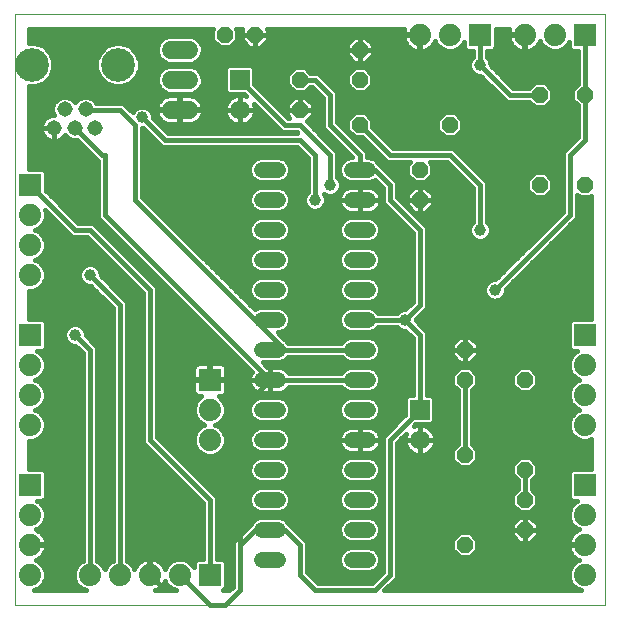
<source format=gbl>
G75*
G70*
%OFA0B0*%
%FSLAX24Y24*%
%IPPOS*%
%LPD*%
%AMOC8*
5,1,8,0,0,1.08239X$1,22.5*
%
%ADD10C,0.0000*%
%ADD11C,0.0520*%
%ADD12OC8,0.0520*%
%ADD13R,0.0650X0.0650*%
%ADD14C,0.0650*%
%ADD15R,0.0740X0.0740*%
%ADD16C,0.0740*%
%ADD17C,0.0515*%
%ADD18C,0.1122*%
%ADD19C,0.0600*%
%ADD20C,0.0160*%
%ADD21C,0.0396*%
D10*
X000917Y000252D02*
X000917Y019937D01*
X020602Y019937D01*
X020602Y000252D01*
X000917Y000252D01*
D11*
X009157Y001752D02*
X009677Y001752D01*
X009677Y002752D02*
X009157Y002752D01*
X009157Y003752D02*
X009677Y003752D01*
X009677Y004752D02*
X009157Y004752D01*
X009157Y005752D02*
X009677Y005752D01*
X009677Y006752D02*
X009157Y006752D01*
X009157Y007752D02*
X009677Y007752D01*
X009677Y008752D02*
X009157Y008752D01*
X009157Y009752D02*
X009677Y009752D01*
X009677Y010752D02*
X009157Y010752D01*
X009157Y011752D02*
X009677Y011752D01*
X009677Y012752D02*
X009157Y012752D01*
X009157Y013752D02*
X009677Y013752D01*
X009677Y014752D02*
X009157Y014752D01*
X012157Y014752D02*
X012677Y014752D01*
X012677Y013752D02*
X012157Y013752D01*
X012157Y012752D02*
X012677Y012752D01*
X012677Y011752D02*
X012157Y011752D01*
X012157Y010752D02*
X012677Y010752D01*
X012677Y009752D02*
X012157Y009752D01*
X012157Y008752D02*
X012677Y008752D01*
X012677Y007752D02*
X012157Y007752D01*
X012157Y006752D02*
X012677Y006752D01*
X012677Y005752D02*
X012157Y005752D01*
X012157Y004752D02*
X012677Y004752D01*
X012677Y003752D02*
X012157Y003752D01*
X012157Y002752D02*
X012677Y002752D01*
X012677Y001752D02*
X012157Y001752D01*
D12*
X015917Y002252D03*
X017917Y002752D03*
X017917Y003752D03*
X017917Y004752D03*
X015917Y005252D03*
X015917Y007752D03*
X015917Y008752D03*
X017917Y007752D03*
X014417Y013752D03*
X014417Y014752D03*
X015417Y016252D03*
X012417Y016252D03*
X012417Y017752D03*
X012417Y018752D03*
X010417Y017752D03*
X010417Y016752D03*
X008917Y019252D03*
X007917Y019252D03*
X018417Y017252D03*
X019917Y017252D03*
X019917Y014252D03*
X018417Y014252D03*
D13*
X014417Y006752D03*
X008417Y017752D03*
D14*
X008417Y016752D03*
X014417Y005752D03*
D15*
X019917Y004252D03*
X019917Y009252D03*
X019917Y019252D03*
X016417Y019252D03*
X007417Y007752D03*
X001417Y009252D03*
X001417Y004252D03*
X007417Y001252D03*
X001417Y014252D03*
D16*
X001417Y013252D03*
X001417Y012252D03*
X001417Y011252D03*
X001417Y008252D03*
X001417Y007252D03*
X001417Y006252D03*
X001417Y003252D03*
X001417Y002252D03*
X001417Y001252D03*
X003417Y001252D03*
X004417Y001252D03*
X005417Y001252D03*
X006417Y001252D03*
X007417Y005752D03*
X007417Y006752D03*
X019917Y006252D03*
X019917Y007252D03*
X019917Y008252D03*
X019917Y003252D03*
X019917Y002252D03*
X019917Y001252D03*
X018917Y019252D03*
X017917Y019252D03*
X015417Y019252D03*
X014417Y019252D03*
D17*
X003587Y016152D03*
X002917Y016152D03*
X002217Y016152D03*
X002587Y016772D03*
X003277Y016772D03*
D18*
X004354Y018252D03*
X001480Y018252D03*
D19*
X006117Y017752D02*
X006717Y017752D01*
X006717Y018752D02*
X006117Y018752D01*
X006117Y016752D02*
X006717Y016752D01*
D20*
X006437Y016740D02*
X007912Y016740D01*
X007912Y016752D02*
X007912Y016712D01*
X007925Y016634D01*
X007949Y016558D01*
X007985Y016487D01*
X008032Y016423D01*
X008088Y016367D01*
X008152Y016320D01*
X008223Y016284D01*
X008299Y016259D01*
X008377Y016247D01*
X008417Y016247D01*
X008417Y016752D01*
X008417Y016752D01*
X007912Y016752D01*
X007912Y016792D01*
X007925Y016870D01*
X007949Y016946D01*
X007985Y017017D01*
X008032Y017081D01*
X008088Y017137D01*
X008152Y017184D01*
X008223Y017220D01*
X008299Y017244D01*
X008377Y017257D01*
X008417Y017257D01*
X008417Y016752D01*
X007912Y016752D01*
X007934Y016899D02*
X007174Y016899D01*
X007185Y016864D02*
X007162Y016936D01*
X007128Y017004D01*
X007083Y017065D01*
X007030Y017118D01*
X006969Y017162D01*
X006901Y017197D01*
X006830Y017220D01*
X006755Y017232D01*
X006437Y017232D01*
X006437Y016772D01*
X006397Y016772D01*
X006397Y016732D01*
X005637Y016732D01*
X005637Y016714D01*
X005649Y016640D01*
X005672Y016568D01*
X005707Y016500D01*
X005751Y016439D01*
X005804Y016386D01*
X005866Y016341D01*
X005933Y016307D01*
X006005Y016284D01*
X006079Y016272D01*
X006397Y016272D01*
X006397Y016732D01*
X006437Y016732D01*
X006437Y016272D01*
X006755Y016272D01*
X006830Y016284D01*
X006901Y016307D01*
X006969Y016341D01*
X007030Y016386D01*
X007083Y016439D01*
X007128Y016500D01*
X007162Y016568D01*
X007185Y016640D01*
X007197Y016714D01*
X007197Y016732D01*
X006437Y016732D01*
X006437Y016772D01*
X007197Y016772D01*
X007197Y016790D01*
X007185Y016864D01*
X007088Y017058D02*
X008015Y017058D01*
X008026Y017267D02*
X008563Y017267D01*
X008609Y017220D01*
X008535Y017244D01*
X008457Y017257D01*
X008417Y017257D01*
X008417Y016752D01*
X008417Y016752D01*
X008417Y016752D01*
X008418Y016752D02*
X008922Y016752D01*
X008922Y016792D01*
X008910Y016870D01*
X008886Y016944D01*
X009781Y016049D01*
X009869Y016012D01*
X009965Y016012D01*
X010318Y016012D01*
X010338Y015992D01*
X006017Y015992D01*
X005525Y016483D01*
X005525Y016573D01*
X005471Y016705D01*
X005370Y016806D01*
X005238Y016860D01*
X005096Y016860D01*
X004964Y016806D01*
X004864Y016705D01*
X004846Y016662D01*
X004621Y016888D01*
X004553Y016955D01*
X004465Y016992D01*
X003638Y016992D01*
X003631Y017008D01*
X003514Y017126D01*
X003360Y017189D01*
X003194Y017189D01*
X003041Y017126D01*
X002932Y017017D01*
X002824Y017126D01*
X002670Y017189D01*
X002504Y017189D01*
X002351Y017126D01*
X002233Y017008D01*
X002170Y016855D01*
X002170Y016689D01*
X002211Y016589D01*
X002183Y016589D01*
X002115Y016579D01*
X002049Y016557D01*
X001988Y016526D01*
X001932Y016486D01*
X001883Y016437D01*
X001843Y016381D01*
X001812Y016320D01*
X001790Y016254D01*
X001780Y016186D01*
X001780Y016152D01*
X002217Y016152D01*
X002217Y016152D01*
X001780Y016152D01*
X001780Y016118D01*
X001790Y016049D01*
X001812Y015984D01*
X001843Y015923D01*
X001883Y015867D01*
X001932Y015818D01*
X001988Y015778D01*
X002049Y015747D01*
X002115Y015725D01*
X002183Y015714D01*
X002217Y015714D01*
X002217Y016152D01*
X002217Y016152D01*
X002217Y015714D01*
X002252Y015714D01*
X002320Y015725D01*
X002385Y015747D01*
X002446Y015778D01*
X002502Y015818D01*
X002551Y015867D01*
X002576Y015902D01*
X002681Y015798D01*
X002834Y015734D01*
X002995Y015734D01*
X003677Y015053D01*
X003677Y013204D01*
X003714Y013116D01*
X003781Y013049D01*
X008809Y008021D01*
X008781Y007983D01*
X008749Y007921D01*
X008728Y007855D01*
X008717Y007787D01*
X008717Y007752D01*
X009078Y007752D01*
X008717Y007752D01*
X008717Y007717D01*
X008728Y007649D01*
X008749Y007583D01*
X008781Y007521D01*
X008822Y007465D01*
X008871Y007416D01*
X008927Y007376D01*
X008988Y007344D01*
X009054Y007323D01*
X009123Y007312D01*
X009417Y007312D01*
X009417Y007512D01*
X009417Y007512D01*
X009417Y007312D01*
X009712Y007312D01*
X009780Y007323D01*
X009846Y007344D01*
X009908Y007376D01*
X009964Y007416D01*
X010013Y007465D01*
X010047Y007512D01*
X011803Y007512D01*
X011919Y007396D01*
X012074Y007332D01*
X012761Y007332D01*
X012915Y007396D01*
X013033Y007514D01*
X013097Y007668D01*
X013097Y007836D01*
X013033Y007990D01*
X012915Y008108D01*
X012761Y008172D01*
X012074Y008172D01*
X011919Y008108D01*
X011803Y007992D01*
X010047Y007992D01*
X010013Y008039D01*
X009964Y008088D01*
X009908Y008128D01*
X009846Y008160D01*
X009780Y008181D01*
X009712Y008192D01*
X009417Y008192D01*
X009317Y008192D01*
X009176Y008332D01*
X009761Y008332D01*
X009915Y008396D01*
X010031Y008512D01*
X011803Y008512D01*
X011919Y008396D01*
X012074Y008332D01*
X012761Y008332D01*
X012915Y008396D01*
X013033Y008514D01*
X013097Y008668D01*
X013097Y008836D01*
X013033Y008990D01*
X012915Y009108D01*
X012761Y009172D01*
X012074Y009172D01*
X011919Y009108D01*
X011803Y008992D01*
X010031Y008992D01*
X009915Y009108D01*
X009890Y009118D01*
X009676Y009332D01*
X009761Y009332D01*
X009915Y009396D01*
X010033Y009514D01*
X010097Y009668D01*
X010097Y009836D01*
X010033Y009990D01*
X009915Y010108D01*
X009761Y010172D01*
X009074Y010172D01*
X008919Y010108D01*
X008910Y010099D01*
X005157Y013851D01*
X005157Y016144D01*
X005186Y016144D01*
X005781Y015549D01*
X005869Y015512D01*
X005965Y015512D01*
X010318Y015512D01*
X010677Y015153D01*
X010677Y014018D01*
X010614Y013955D01*
X010559Y013823D01*
X010559Y013681D01*
X010614Y013549D01*
X010714Y013448D01*
X010846Y013394D01*
X010988Y013394D01*
X011120Y013448D01*
X011221Y013549D01*
X011275Y013681D01*
X011275Y013823D01*
X011225Y013944D01*
X011346Y013894D01*
X011488Y013894D01*
X011620Y013948D01*
X011721Y014049D01*
X011775Y014181D01*
X011775Y014323D01*
X011721Y014455D01*
X011657Y014518D01*
X011657Y015204D01*
X011657Y015300D01*
X011621Y015388D01*
X010648Y016361D01*
X010857Y016570D01*
X010857Y016752D01*
X010857Y016934D01*
X010599Y017192D01*
X010417Y017192D01*
X010235Y017192D01*
X009977Y016934D01*
X009977Y016752D01*
X010417Y016752D01*
X010417Y016752D01*
X009977Y016752D01*
X009977Y016570D01*
X010055Y016492D01*
X010017Y016492D01*
X008902Y017606D01*
X008902Y018143D01*
X008808Y018237D01*
X008026Y018237D01*
X007932Y018143D01*
X007932Y017361D01*
X008026Y017267D01*
X007932Y017375D02*
X006990Y017375D01*
X006978Y017362D02*
X007107Y017491D01*
X007177Y017660D01*
X007177Y017843D01*
X007107Y018013D01*
X006978Y018142D01*
X006809Y018212D01*
X006026Y018212D01*
X005857Y018142D01*
X005727Y018013D01*
X005657Y017843D01*
X005657Y017660D01*
X005727Y017491D01*
X005857Y017362D01*
X006026Y017292D01*
X006809Y017292D01*
X006978Y017362D01*
X006842Y017216D02*
X008216Y017216D01*
X008417Y017216D02*
X008417Y017216D01*
X008417Y017058D02*
X008417Y017058D01*
X008417Y016899D02*
X008417Y016899D01*
X008418Y016752D02*
X008418Y016752D01*
X008922Y016752D01*
X008922Y016712D01*
X008910Y016634D01*
X008885Y016558D01*
X008849Y016487D01*
X008802Y016423D01*
X008746Y016367D01*
X008682Y016320D01*
X008611Y016284D01*
X008535Y016259D01*
X008457Y016247D01*
X008417Y016247D01*
X008417Y016752D01*
X008417Y016740D02*
X008417Y016740D01*
X008417Y016582D02*
X008417Y016582D01*
X008417Y016423D02*
X008417Y016423D01*
X008417Y016265D02*
X008417Y016265D01*
X008282Y016265D02*
X005744Y016265D01*
X005767Y016423D02*
X005585Y016423D01*
X005522Y016582D02*
X005668Y016582D01*
X005637Y016772D02*
X006397Y016772D01*
X006397Y017232D01*
X006079Y017232D01*
X006005Y017220D01*
X005933Y017197D01*
X005866Y017162D01*
X005804Y017118D01*
X005751Y017065D01*
X005707Y017004D01*
X005672Y016936D01*
X005649Y016864D01*
X005637Y016790D01*
X005637Y016772D01*
X005660Y016899D02*
X004609Y016899D01*
X004768Y016740D02*
X004899Y016740D01*
X005167Y016502D02*
X005917Y015752D01*
X010417Y015752D01*
X010917Y015252D01*
X010917Y013752D01*
X010605Y013570D02*
X010056Y013570D01*
X010033Y013514D02*
X010097Y013668D01*
X010097Y013836D01*
X010033Y013990D01*
X009915Y014108D01*
X009761Y014172D01*
X009074Y014172D01*
X008919Y014108D01*
X008801Y013990D01*
X008737Y013836D01*
X008737Y013668D01*
X008801Y013514D01*
X008919Y013396D01*
X009074Y013332D01*
X009761Y013332D01*
X009915Y013396D01*
X010033Y013514D01*
X009930Y013411D02*
X010804Y013411D01*
X011030Y013411D02*
X011878Y013411D01*
X011871Y013416D02*
X011927Y013376D01*
X011988Y013344D01*
X012054Y013323D01*
X012123Y013312D01*
X012417Y013312D01*
X012417Y013752D01*
X012417Y013752D01*
X011717Y013752D01*
X011717Y013787D01*
X011728Y013855D01*
X011749Y013921D01*
X011781Y013983D01*
X011822Y014039D01*
X011871Y014088D01*
X011927Y014128D01*
X011988Y014160D01*
X012054Y014181D01*
X012123Y014192D01*
X012417Y014192D01*
X012417Y013752D01*
X011717Y013752D01*
X011717Y013717D01*
X011728Y013649D01*
X011749Y013583D01*
X011781Y013521D01*
X011822Y013465D01*
X011871Y013416D01*
X011756Y013570D02*
X011229Y013570D01*
X011275Y013728D02*
X011717Y013728D01*
X011738Y013887D02*
X011249Y013887D01*
X011417Y014252D02*
X011417Y015252D01*
X010417Y016252D01*
X009917Y016252D01*
X008417Y017752D01*
X007932Y017692D02*
X007177Y017692D01*
X007174Y017850D02*
X007932Y017850D01*
X007932Y018009D02*
X007109Y018009D01*
X006916Y018167D02*
X007956Y018167D01*
X007932Y017533D02*
X007124Y017533D01*
X006437Y017216D02*
X006397Y017216D01*
X006397Y017058D02*
X006437Y017058D01*
X006437Y016899D02*
X006397Y016899D01*
X006397Y016740D02*
X005435Y016740D01*
X005746Y017058D02*
X003582Y017058D01*
X003297Y016752D02*
X003277Y016772D01*
X003297Y016752D02*
X004417Y016752D01*
X004917Y016252D01*
X004917Y013752D01*
X009917Y008752D01*
X012417Y008752D01*
X012060Y008338D02*
X009774Y008338D01*
X009786Y008179D02*
X014177Y008179D01*
X014177Y008021D02*
X013002Y008021D01*
X013086Y007862D02*
X014177Y007862D01*
X014177Y007704D02*
X013097Y007704D01*
X013046Y007545D02*
X014177Y007545D01*
X014177Y007386D02*
X012892Y007386D01*
X012761Y007172D02*
X012915Y007108D01*
X013033Y006990D01*
X013097Y006836D01*
X013097Y006668D01*
X013033Y006514D01*
X012915Y006396D01*
X012761Y006332D01*
X012074Y006332D01*
X011919Y006396D01*
X011801Y006514D01*
X011737Y006668D01*
X011737Y006836D01*
X011801Y006990D01*
X011919Y007108D01*
X012074Y007172D01*
X012761Y007172D01*
X012954Y007069D02*
X013932Y007069D01*
X013932Y007143D02*
X013932Y006606D01*
X013214Y005888D01*
X013177Y005800D01*
X013177Y005704D01*
X013177Y001351D01*
X012818Y000992D01*
X011017Y000992D01*
X010657Y001351D01*
X010657Y002300D01*
X010621Y002388D01*
X010553Y002455D01*
X010053Y002955D01*
X010046Y002958D01*
X010033Y002990D01*
X009915Y003108D01*
X009761Y003172D01*
X009074Y003172D01*
X008919Y003108D01*
X008801Y002990D01*
X008788Y002958D01*
X008781Y002955D01*
X008714Y002888D01*
X008214Y002388D01*
X008177Y002300D01*
X008177Y002204D01*
X008177Y000851D01*
X008058Y000732D01*
X007863Y000732D01*
X007947Y000816D01*
X007947Y001688D01*
X007853Y001782D01*
X007657Y001782D01*
X007657Y003704D01*
X007657Y003800D01*
X007621Y003888D01*
X005657Y005851D01*
X005657Y010704D01*
X005657Y010800D01*
X005621Y010888D01*
X003621Y012888D01*
X003553Y012955D01*
X003465Y012992D01*
X003017Y012992D01*
X001947Y014061D01*
X001947Y014688D01*
X001853Y014782D01*
X001397Y014782D01*
X001397Y017531D01*
X001624Y017531D01*
X001889Y017641D01*
X002091Y017844D01*
X002201Y018109D01*
X002201Y018395D01*
X002091Y018660D01*
X001889Y018863D01*
X001624Y018973D01*
X001397Y018973D01*
X001397Y019457D01*
X007528Y019457D01*
X007497Y019426D01*
X007497Y019078D01*
X007743Y018832D01*
X008091Y018832D01*
X008337Y019078D01*
X008337Y019426D01*
X008306Y019457D01*
X008500Y019457D01*
X008477Y019434D01*
X008477Y019252D01*
X008917Y019252D01*
X008917Y019252D01*
X008477Y019252D01*
X008477Y019070D01*
X008735Y018812D01*
X008917Y018812D01*
X008917Y019252D01*
X008917Y019252D01*
X008918Y019252D02*
X009357Y019252D01*
X009357Y019434D01*
X009334Y019457D01*
X013905Y019457D01*
X013881Y019381D01*
X013867Y019295D01*
X013867Y019272D01*
X014397Y019272D01*
X014397Y019232D01*
X013867Y019232D01*
X013867Y019209D01*
X013881Y019123D01*
X013907Y019041D01*
X013947Y018964D01*
X013998Y018894D01*
X014059Y018832D01*
X014129Y018782D01*
X014206Y018742D01*
X014288Y018716D01*
X014374Y018702D01*
X014397Y018702D01*
X014397Y019232D01*
X014437Y019232D01*
X014437Y018702D01*
X014460Y018702D01*
X014546Y018716D01*
X014628Y018742D01*
X014705Y018782D01*
X014775Y018832D01*
X014837Y018894D01*
X014888Y018964D01*
X014927Y019041D01*
X014929Y019046D01*
X014968Y018952D01*
X015117Y018803D01*
X015312Y018722D01*
X015523Y018722D01*
X015717Y018803D01*
X015866Y018952D01*
X015887Y019002D01*
X015887Y018816D01*
X015981Y018722D01*
X016177Y018722D01*
X016177Y018518D01*
X016114Y018455D01*
X016059Y018323D01*
X016059Y018181D01*
X016114Y018049D01*
X016214Y017948D01*
X016346Y017894D01*
X016436Y017894D01*
X017214Y017116D01*
X017281Y017049D01*
X017369Y017012D01*
X018063Y017012D01*
X018243Y016832D01*
X018591Y016832D01*
X018837Y017078D01*
X018837Y017426D01*
X018591Y017672D01*
X018243Y017672D01*
X018063Y017492D01*
X017517Y017492D01*
X016775Y018233D01*
X016775Y018323D01*
X016721Y018455D01*
X016657Y018518D01*
X016657Y018722D01*
X016853Y018722D01*
X016947Y018816D01*
X016947Y019457D01*
X017406Y019457D01*
X017381Y019381D01*
X017367Y019295D01*
X017367Y019272D01*
X017897Y019272D01*
X017897Y019232D01*
X017367Y019232D01*
X017367Y019209D01*
X017381Y019123D01*
X017407Y019041D01*
X017447Y018964D01*
X017498Y018894D01*
X017559Y018832D01*
X017629Y018782D01*
X017706Y018742D01*
X017788Y018716D01*
X017874Y018702D01*
X017897Y018702D01*
X017897Y019232D01*
X017937Y019232D01*
X017937Y018702D01*
X017960Y018702D01*
X018046Y018716D01*
X018128Y018742D01*
X018205Y018782D01*
X018275Y018832D01*
X018337Y018894D01*
X018388Y018964D01*
X018427Y019041D01*
X018429Y019046D01*
X018468Y018952D01*
X018617Y018803D01*
X018812Y018722D01*
X019023Y018722D01*
X019217Y018803D01*
X019366Y018952D01*
X019387Y019002D01*
X019387Y018816D01*
X019481Y018722D01*
X019677Y018722D01*
X019677Y017606D01*
X019497Y017426D01*
X019497Y017078D01*
X019677Y016898D01*
X019677Y015851D01*
X019281Y015455D01*
X019214Y015388D01*
X019177Y015300D01*
X019177Y013351D01*
X016936Y011110D01*
X016846Y011110D01*
X016714Y011056D01*
X016614Y010955D01*
X016559Y010823D01*
X016559Y010681D01*
X016614Y010549D01*
X016714Y010448D01*
X016846Y010394D01*
X016988Y010394D01*
X017120Y010448D01*
X017221Y010549D01*
X017275Y010681D01*
X017275Y010771D01*
X019621Y013116D01*
X019657Y013204D01*
X019657Y013300D01*
X019657Y013918D01*
X019743Y013832D01*
X020091Y013832D01*
X020122Y013863D01*
X020122Y009782D01*
X019481Y009782D01*
X019387Y009688D01*
X019387Y008816D01*
X019481Y008722D01*
X019667Y008722D01*
X019617Y008701D01*
X019468Y008552D01*
X019387Y008357D01*
X019387Y008146D01*
X019468Y007952D01*
X019617Y007803D01*
X019739Y007752D01*
X019617Y007701D01*
X019468Y007552D01*
X019387Y007357D01*
X019387Y007146D01*
X019468Y006952D01*
X019617Y006803D01*
X019739Y006752D01*
X019617Y006701D01*
X019468Y006552D01*
X019387Y006357D01*
X019387Y006146D01*
X019468Y005952D01*
X019617Y005803D01*
X019812Y005722D01*
X020023Y005722D01*
X020122Y005763D01*
X020122Y004782D01*
X019481Y004782D01*
X019387Y004688D01*
X019387Y003816D01*
X019481Y003722D01*
X019667Y003722D01*
X019617Y003701D01*
X019468Y003552D01*
X019387Y003357D01*
X019387Y003146D01*
X019468Y002952D01*
X019617Y002803D01*
X019712Y002763D01*
X019706Y002762D01*
X019629Y002722D01*
X019559Y002671D01*
X019498Y002610D01*
X019447Y002540D01*
X019407Y002463D01*
X019381Y002381D01*
X019367Y002295D01*
X019367Y002272D01*
X019897Y002272D01*
X019897Y002232D01*
X019367Y002232D01*
X019367Y002209D01*
X019381Y002123D01*
X019407Y002041D01*
X019447Y001964D01*
X019498Y001894D01*
X019559Y001832D01*
X019629Y001782D01*
X019706Y001742D01*
X019712Y001740D01*
X019617Y001701D01*
X019468Y001552D01*
X019387Y001357D01*
X019387Y001146D01*
X019468Y000952D01*
X019617Y000803D01*
X019788Y000732D01*
X013236Y000732D01*
X013553Y001049D01*
X013621Y001116D01*
X013657Y001204D01*
X013657Y005653D01*
X013949Y005944D01*
X013925Y005870D01*
X013912Y005792D01*
X013912Y005752D01*
X014417Y005752D01*
X014417Y005752D01*
X014417Y006257D01*
X014377Y006257D01*
X014299Y006244D01*
X014225Y006220D01*
X014272Y006267D01*
X014808Y006267D01*
X014902Y006361D01*
X014902Y007143D01*
X014808Y007237D01*
X014657Y007237D01*
X014657Y009204D01*
X014657Y009300D01*
X014621Y009388D01*
X014275Y009733D01*
X014275Y009771D01*
X014553Y010049D01*
X014621Y010116D01*
X014657Y010204D01*
X014657Y012704D01*
X014657Y012800D01*
X014621Y012888D01*
X013657Y013851D01*
X013657Y014204D01*
X013657Y014300D01*
X013621Y014388D01*
X013121Y014888D01*
X013053Y014955D01*
X013046Y014958D01*
X013033Y014990D01*
X012915Y015108D01*
X012761Y015172D01*
X012657Y015172D01*
X012657Y015300D01*
X012621Y015388D01*
X012553Y015455D01*
X011657Y016351D01*
X011657Y017300D01*
X011621Y017388D01*
X011553Y017455D01*
X011053Y017955D01*
X010965Y017992D01*
X010869Y017992D01*
X010771Y017992D01*
X010591Y018172D01*
X010243Y018172D01*
X009997Y017926D01*
X009997Y017578D01*
X010243Y017332D01*
X010591Y017332D01*
X010771Y017512D01*
X010818Y017512D01*
X011177Y017153D01*
X011177Y016204D01*
X011214Y016116D01*
X011281Y016049D01*
X011281Y016049D01*
X012158Y015172D01*
X012074Y015172D01*
X011919Y015108D01*
X011801Y014990D01*
X011737Y014836D01*
X011737Y014668D01*
X011801Y014514D01*
X011919Y014396D01*
X012074Y014332D01*
X012761Y014332D01*
X012915Y014396D01*
X012924Y014405D01*
X013177Y014153D01*
X013177Y013704D01*
X013214Y013616D01*
X013281Y013549D01*
X014177Y012653D01*
X014177Y010351D01*
X013936Y010110D01*
X013846Y010110D01*
X013714Y010056D01*
X013651Y009992D01*
X013031Y009992D01*
X012915Y010108D01*
X012761Y010172D01*
X012074Y010172D01*
X011919Y010108D01*
X011801Y009990D01*
X011737Y009836D01*
X011737Y009668D01*
X011801Y009514D01*
X011919Y009396D01*
X012074Y009332D01*
X012761Y009332D01*
X012915Y009396D01*
X013031Y009512D01*
X013651Y009512D01*
X013714Y009448D01*
X013846Y009394D01*
X013936Y009394D01*
X014177Y009153D01*
X014177Y007237D01*
X014026Y007237D01*
X013932Y007143D01*
X014017Y007228D02*
X007880Y007228D01*
X007898Y007238D02*
X007931Y007271D01*
X007955Y007312D01*
X007967Y007358D01*
X007967Y007732D01*
X007437Y007732D01*
X007437Y007772D01*
X007397Y007772D01*
X007397Y007732D01*
X006867Y007732D01*
X006867Y007358D01*
X006879Y007312D01*
X006903Y007271D01*
X006937Y007238D01*
X006978Y007214D01*
X007023Y007202D01*
X007119Y007202D01*
X007117Y007201D01*
X006968Y007052D01*
X006887Y006857D01*
X006887Y006646D01*
X006968Y006452D01*
X007117Y006303D01*
X007239Y006252D01*
X007117Y006201D01*
X006968Y006052D01*
X006887Y005857D01*
X006887Y005646D01*
X006968Y005452D01*
X007117Y005303D01*
X007312Y005222D01*
X007523Y005222D01*
X007717Y005303D01*
X007866Y005452D01*
X007947Y005646D01*
X007947Y005857D01*
X007866Y006052D01*
X007717Y006201D01*
X007595Y006252D01*
X007717Y006303D01*
X007866Y006452D01*
X007947Y006646D01*
X007947Y006857D01*
X007866Y007052D01*
X007717Y007201D01*
X007716Y007202D01*
X007811Y007202D01*
X007857Y007214D01*
X007898Y007238D01*
X007967Y007386D02*
X008912Y007386D01*
X008917Y007252D02*
X009417Y007752D01*
X003917Y013252D01*
X003917Y015252D01*
X003817Y015252D01*
X002917Y016152D01*
X002702Y015789D02*
X002462Y015789D01*
X002217Y015789D02*
X002217Y015789D01*
X002217Y015948D02*
X002217Y015948D01*
X002217Y016106D02*
X002217Y016106D01*
X001972Y015789D02*
X001397Y015789D01*
X001397Y015631D02*
X003099Y015631D01*
X003258Y015472D02*
X001397Y015472D01*
X001397Y015314D02*
X003416Y015314D01*
X003575Y015155D02*
X001397Y015155D01*
X001397Y014996D02*
X003677Y014996D01*
X003677Y014838D02*
X001397Y014838D01*
X001947Y014679D02*
X003677Y014679D01*
X003677Y014521D02*
X001947Y014521D01*
X001947Y014362D02*
X003677Y014362D01*
X003677Y014204D02*
X001947Y014204D01*
X001963Y014045D02*
X003677Y014045D01*
X003677Y013887D02*
X002122Y013887D01*
X002280Y013728D02*
X003677Y013728D01*
X003677Y013570D02*
X002439Y013570D01*
X002597Y013411D02*
X003677Y013411D01*
X003677Y013253D02*
X002756Y013253D01*
X002915Y013094D02*
X003736Y013094D01*
X003894Y012935D02*
X003573Y012935D01*
X003732Y012777D02*
X004053Y012777D01*
X004211Y012618D02*
X003890Y012618D01*
X004049Y012460D02*
X004370Y012460D01*
X004528Y012301D02*
X004207Y012301D01*
X004366Y012143D02*
X004687Y012143D01*
X004846Y011984D02*
X004524Y011984D01*
X004683Y011826D02*
X005004Y011826D01*
X005163Y011667D02*
X004841Y011667D01*
X005000Y011509D02*
X005321Y011509D01*
X005480Y011350D02*
X005159Y011350D01*
X005317Y011191D02*
X005638Y011191D01*
X005797Y011033D02*
X005476Y011033D01*
X005626Y010874D02*
X005955Y010874D01*
X006114Y010716D02*
X005657Y010716D01*
X005657Y010557D02*
X006272Y010557D01*
X006431Y010399D02*
X005657Y010399D01*
X005657Y010240D02*
X006589Y010240D01*
X006748Y010082D02*
X005657Y010082D01*
X005657Y009923D02*
X006907Y009923D01*
X007065Y009765D02*
X005657Y009765D01*
X005657Y009606D02*
X007224Y009606D01*
X007382Y009447D02*
X005657Y009447D01*
X005657Y009289D02*
X007541Y009289D01*
X007699Y009130D02*
X005657Y009130D01*
X005657Y008972D02*
X007858Y008972D01*
X008016Y008813D02*
X005657Y008813D01*
X005657Y008655D02*
X008175Y008655D01*
X008333Y008496D02*
X005657Y008496D01*
X005657Y008338D02*
X008492Y008338D01*
X008651Y008179D02*
X007958Y008179D01*
X007955Y008191D02*
X007931Y008232D01*
X007898Y008266D01*
X007857Y008290D01*
X007811Y008302D01*
X007437Y008302D01*
X007437Y007772D01*
X007967Y007772D01*
X007967Y008146D01*
X007955Y008191D01*
X007967Y008021D02*
X008809Y008021D01*
X008730Y007862D02*
X007967Y007862D01*
X007967Y007704D02*
X008719Y007704D01*
X008769Y007545D02*
X007967Y007545D01*
X007849Y007069D02*
X008881Y007069D01*
X008919Y007108D02*
X008801Y006990D01*
X008737Y006836D01*
X008737Y006668D01*
X008801Y006514D01*
X008919Y006396D01*
X009074Y006332D01*
X009761Y006332D01*
X009915Y006396D01*
X010033Y006514D01*
X010097Y006668D01*
X010097Y006836D01*
X010033Y006990D01*
X009915Y007108D01*
X009761Y007172D01*
X009074Y007172D01*
X008919Y007108D01*
X008917Y007252D02*
X008417Y007252D01*
X008417Y000752D01*
X008417Y002252D01*
X008917Y002752D01*
X009417Y002752D01*
X009917Y002752D01*
X010417Y002252D01*
X010417Y001252D01*
X010917Y000752D01*
X012917Y000752D01*
X013417Y001252D01*
X013417Y005752D01*
X014417Y006752D01*
X014417Y009252D01*
X013917Y009752D01*
X014417Y010252D01*
X014417Y012752D01*
X013417Y013752D01*
X013417Y014252D01*
X012917Y014752D01*
X012417Y014752D01*
X012417Y015252D01*
X011417Y016252D01*
X011417Y017252D01*
X010917Y017752D01*
X010417Y017752D01*
X010754Y018009D02*
X012080Y018009D01*
X011997Y017926D02*
X012243Y018172D01*
X012591Y018172D01*
X012837Y017926D01*
X012837Y017578D01*
X012591Y017332D01*
X012243Y017332D01*
X011997Y017578D01*
X011997Y017926D01*
X011997Y017850D02*
X011158Y017850D01*
X011317Y017692D02*
X011997Y017692D01*
X012042Y017533D02*
X011475Y017533D01*
X011626Y017375D02*
X012201Y017375D01*
X012634Y017375D02*
X016955Y017375D01*
X016796Y017533D02*
X012792Y017533D01*
X012837Y017692D02*
X016638Y017692D01*
X016479Y017850D02*
X012837Y017850D01*
X012754Y018009D02*
X016154Y018009D01*
X016065Y018167D02*
X012596Y018167D01*
X012599Y018312D02*
X012857Y018570D01*
X012857Y018752D01*
X012857Y018934D01*
X012599Y019192D01*
X012417Y019192D01*
X012235Y019192D01*
X011977Y018934D01*
X011977Y018752D01*
X012417Y018752D01*
X012417Y018752D01*
X011977Y018752D01*
X011977Y018570D01*
X012235Y018312D01*
X012417Y018312D01*
X012417Y018752D01*
X012417Y019192D01*
X012417Y018752D01*
X012417Y018752D01*
X012417Y018752D01*
X012418Y018752D02*
X012857Y018752D01*
X012418Y018752D01*
X012418Y018752D01*
X012417Y018752D02*
X012417Y018312D01*
X012599Y018312D01*
X012613Y018326D02*
X016060Y018326D01*
X016143Y018484D02*
X012772Y018484D01*
X012857Y018643D02*
X016177Y018643D01*
X015901Y018802D02*
X015715Y018802D01*
X015870Y018960D02*
X015887Y018960D01*
X016417Y019252D02*
X016417Y018252D01*
X017417Y017252D01*
X018417Y017252D01*
X018176Y016899D02*
X011657Y016899D01*
X011657Y016740D02*
X019677Y016740D01*
X019677Y016582D02*
X015681Y016582D01*
X015591Y016672D02*
X015837Y016426D01*
X015837Y016078D01*
X015591Y015832D01*
X015243Y015832D01*
X014997Y016078D01*
X014997Y016426D01*
X015243Y016672D01*
X015591Y016672D01*
X015837Y016423D02*
X019677Y016423D01*
X019677Y016265D02*
X015837Y016265D01*
X015837Y016106D02*
X019677Y016106D01*
X019677Y015948D02*
X015707Y015948D01*
X015513Y015472D02*
X019298Y015472D01*
X019183Y015314D02*
X015695Y015314D01*
X015553Y015455D02*
X015465Y015492D01*
X015369Y015492D01*
X013517Y015492D01*
X012837Y016171D01*
X012837Y016426D01*
X012591Y016672D01*
X012243Y016672D01*
X011997Y016426D01*
X011997Y016078D01*
X012243Y015832D01*
X012498Y015832D01*
X013214Y015116D01*
X013281Y015049D01*
X013369Y015012D01*
X014083Y015012D01*
X013997Y014926D01*
X013997Y014578D01*
X014243Y014332D01*
X014591Y014332D01*
X014837Y014578D01*
X014837Y014926D01*
X014751Y015012D01*
X015318Y015012D01*
X016177Y014153D01*
X016177Y013018D01*
X016114Y012955D01*
X016059Y012823D01*
X016059Y012681D01*
X016114Y012549D01*
X016214Y012448D01*
X016346Y012394D01*
X016488Y012394D01*
X016620Y012448D01*
X016721Y012549D01*
X016775Y012681D01*
X016775Y012823D01*
X016721Y012955D01*
X016657Y013018D01*
X016657Y014300D01*
X016621Y014388D01*
X016553Y014455D01*
X015553Y015455D01*
X015417Y015252D02*
X016417Y014252D01*
X016417Y012752D01*
X016106Y012935D02*
X014573Y012935D01*
X014657Y012777D02*
X016059Y012777D01*
X016085Y012618D02*
X014657Y012618D01*
X014657Y012460D02*
X016203Y012460D01*
X016631Y012460D02*
X018286Y012460D01*
X018444Y012618D02*
X016749Y012618D01*
X016775Y012777D02*
X018603Y012777D01*
X018761Y012935D02*
X016729Y012935D01*
X016657Y013094D02*
X018920Y013094D01*
X019078Y013253D02*
X016657Y013253D01*
X016657Y013411D02*
X019177Y013411D01*
X019177Y013570D02*
X016657Y013570D01*
X016657Y013728D02*
X019177Y013728D01*
X019177Y013887D02*
X018646Y013887D01*
X018591Y013832D02*
X018837Y014078D01*
X018837Y014426D01*
X018591Y014672D01*
X018243Y014672D01*
X017997Y014426D01*
X017997Y014078D01*
X018243Y013832D01*
X018591Y013832D01*
X018804Y014045D02*
X019177Y014045D01*
X019177Y014204D02*
X018837Y014204D01*
X018837Y014362D02*
X019177Y014362D01*
X019177Y014521D02*
X018742Y014521D01*
X019177Y014679D02*
X016329Y014679D01*
X016488Y014521D02*
X018092Y014521D01*
X017997Y014362D02*
X016631Y014362D01*
X016657Y014204D02*
X017997Y014204D01*
X018030Y014045D02*
X016657Y014045D01*
X016657Y013887D02*
X018188Y013887D01*
X019177Y014838D02*
X016171Y014838D01*
X016012Y014996D02*
X019177Y014996D01*
X019177Y015155D02*
X015853Y015155D01*
X015492Y014838D02*
X014837Y014838D01*
X014837Y014679D02*
X015650Y014679D01*
X015809Y014521D02*
X014780Y014521D01*
X014621Y014362D02*
X015967Y014362D01*
X016126Y014204D02*
X013657Y014204D01*
X013657Y014045D02*
X014088Y014045D01*
X013977Y013934D02*
X013977Y013752D01*
X014417Y013752D01*
X014417Y013752D01*
X013977Y013752D01*
X013977Y013570D01*
X014235Y013312D01*
X014417Y013312D01*
X014417Y013752D01*
X014417Y014192D01*
X014235Y014192D01*
X013977Y013934D01*
X013977Y013887D02*
X013657Y013887D01*
X013780Y013728D02*
X013977Y013728D01*
X013977Y013570D02*
X013939Y013570D01*
X014097Y013411D02*
X014136Y013411D01*
X014256Y013253D02*
X016177Y013253D01*
X016177Y013411D02*
X014698Y013411D01*
X014599Y013312D02*
X014857Y013570D01*
X014857Y013752D01*
X014857Y013934D01*
X014599Y014192D01*
X014417Y014192D01*
X014417Y013752D01*
X014417Y013752D01*
X014417Y013752D01*
X014418Y013752D02*
X014857Y013752D01*
X014418Y013752D01*
X014418Y013752D01*
X014417Y013752D02*
X014417Y013312D01*
X014599Y013312D01*
X014417Y013411D02*
X014417Y013411D01*
X014417Y013570D02*
X014417Y013570D01*
X014417Y013728D02*
X014417Y013728D01*
X014417Y013887D02*
X014417Y013887D01*
X014417Y014045D02*
X014417Y014045D01*
X014746Y014045D02*
X016177Y014045D01*
X016177Y013887D02*
X014857Y013887D01*
X014857Y013728D02*
X016177Y013728D01*
X016177Y013570D02*
X014857Y013570D01*
X014415Y013094D02*
X016177Y013094D01*
X014657Y012301D02*
X018127Y012301D01*
X017969Y012143D02*
X014657Y012143D01*
X014657Y011984D02*
X017810Y011984D01*
X017651Y011826D02*
X014657Y011826D01*
X014657Y011667D02*
X017493Y011667D01*
X017334Y011509D02*
X014657Y011509D01*
X014657Y011350D02*
X017176Y011350D01*
X017017Y011191D02*
X014657Y011191D01*
X014657Y011033D02*
X016692Y011033D01*
X016580Y010874D02*
X014657Y010874D01*
X014657Y010716D02*
X016559Y010716D01*
X016610Y010557D02*
X014657Y010557D01*
X014657Y010399D02*
X016834Y010399D01*
X017000Y010399D02*
X020122Y010399D01*
X020122Y010557D02*
X017224Y010557D01*
X017275Y010716D02*
X020122Y010716D01*
X020122Y010874D02*
X017379Y010874D01*
X017538Y011033D02*
X020122Y011033D01*
X020122Y011191D02*
X017696Y011191D01*
X017855Y011350D02*
X020122Y011350D01*
X020122Y011509D02*
X018013Y011509D01*
X018172Y011667D02*
X020122Y011667D01*
X020122Y011826D02*
X018330Y011826D01*
X018489Y011984D02*
X020122Y011984D01*
X020122Y012143D02*
X018647Y012143D01*
X018806Y012301D02*
X020122Y012301D01*
X020122Y012460D02*
X018964Y012460D01*
X019123Y012618D02*
X020122Y012618D01*
X020122Y012777D02*
X019281Y012777D01*
X019440Y012935D02*
X020122Y012935D01*
X020122Y013094D02*
X019599Y013094D01*
X019657Y013253D02*
X020122Y013253D01*
X020122Y013411D02*
X019657Y013411D01*
X019657Y013570D02*
X020122Y013570D01*
X020122Y013728D02*
X019657Y013728D01*
X019657Y013887D02*
X019688Y013887D01*
X019417Y013252D02*
X016917Y010752D01*
X016099Y009192D02*
X015917Y009192D01*
X015735Y009192D01*
X015477Y008934D01*
X015477Y008752D01*
X015917Y008752D01*
X015917Y008752D01*
X015477Y008752D01*
X015477Y008570D01*
X015735Y008312D01*
X015917Y008312D01*
X015917Y008752D01*
X015917Y009192D01*
X015917Y008752D01*
X015917Y008752D01*
X015917Y008752D01*
X015918Y008752D02*
X016357Y008752D01*
X016357Y008934D01*
X016099Y009192D01*
X016161Y009130D02*
X019387Y009130D01*
X019387Y008972D02*
X016319Y008972D01*
X016357Y008813D02*
X019390Y008813D01*
X019570Y008655D02*
X016357Y008655D01*
X016357Y008570D02*
X016357Y008752D01*
X015918Y008752D01*
X015918Y008752D01*
X015917Y008752D02*
X015917Y008312D01*
X016099Y008312D01*
X016357Y008570D01*
X016284Y008496D02*
X019445Y008496D01*
X019387Y008338D02*
X016125Y008338D01*
X016091Y008172D02*
X015743Y008172D01*
X015497Y007926D01*
X015497Y007578D01*
X015677Y007398D01*
X015677Y005606D01*
X015497Y005426D01*
X015497Y005078D01*
X015743Y004832D01*
X016091Y004832D01*
X016337Y005078D01*
X016337Y005426D01*
X016157Y005606D01*
X016157Y007398D01*
X016337Y007578D01*
X016337Y007926D01*
X016091Y008172D01*
X016242Y008021D02*
X017592Y008021D01*
X017497Y007926D02*
X017743Y008172D01*
X018091Y008172D01*
X018337Y007926D01*
X018337Y007578D01*
X018091Y007332D01*
X017743Y007332D01*
X017497Y007578D01*
X017497Y007926D01*
X017497Y007862D02*
X016337Y007862D01*
X016337Y007704D02*
X017497Y007704D01*
X017530Y007545D02*
X016304Y007545D01*
X016157Y007386D02*
X017689Y007386D01*
X018146Y007386D02*
X019399Y007386D01*
X019387Y007228D02*
X016157Y007228D01*
X016157Y007069D02*
X019419Y007069D01*
X019509Y006911D02*
X016157Y006911D01*
X016157Y006752D02*
X019739Y006752D01*
X019509Y006594D02*
X016157Y006594D01*
X016157Y006435D02*
X019419Y006435D01*
X019387Y006277D02*
X016157Y006277D01*
X016157Y006118D02*
X019399Y006118D01*
X019465Y005960D02*
X016157Y005960D01*
X016157Y005801D02*
X019621Y005801D01*
X020122Y005642D02*
X016157Y005642D01*
X016279Y005484D02*
X020122Y005484D01*
X020122Y005325D02*
X016337Y005325D01*
X016337Y005167D02*
X017738Y005167D01*
X017743Y005172D02*
X017497Y004926D01*
X017497Y004578D01*
X017677Y004398D01*
X017677Y004106D01*
X017497Y003926D01*
X017497Y003578D01*
X017743Y003332D01*
X018091Y003332D01*
X018337Y003578D01*
X018337Y003926D01*
X018157Y004106D01*
X018157Y004398D01*
X018337Y004578D01*
X018337Y004926D01*
X018091Y005172D01*
X017743Y005172D01*
X017580Y005008D02*
X016267Y005008D01*
X016109Y004850D02*
X017497Y004850D01*
X017497Y004691D02*
X013657Y004691D01*
X013657Y004533D02*
X017543Y004533D01*
X017677Y004374D02*
X013657Y004374D01*
X013657Y004216D02*
X017677Y004216D01*
X017628Y004057D02*
X013657Y004057D01*
X013657Y003898D02*
X017497Y003898D01*
X017497Y003740D02*
X013657Y003740D01*
X013657Y003581D02*
X017497Y003581D01*
X017652Y003423D02*
X013657Y003423D01*
X013657Y003264D02*
X019387Y003264D01*
X019404Y003106D02*
X018186Y003106D01*
X018099Y003192D02*
X017917Y003192D01*
X017735Y003192D01*
X017477Y002934D01*
X017477Y002752D01*
X017917Y002752D01*
X017917Y002752D01*
X017477Y002752D01*
X017477Y002570D01*
X017735Y002312D01*
X017917Y002312D01*
X017917Y002752D01*
X017917Y003192D01*
X017917Y002752D01*
X017917Y002752D01*
X017917Y002752D01*
X017918Y002752D02*
X018357Y002752D01*
X018357Y002934D01*
X018099Y003192D01*
X017917Y003106D02*
X017917Y003106D01*
X017917Y002947D02*
X017917Y002947D01*
X017917Y002789D02*
X017917Y002789D01*
X017918Y002752D02*
X017918Y002752D01*
X018357Y002752D01*
X018357Y002570D01*
X018099Y002312D01*
X017917Y002312D01*
X017917Y002752D01*
X017917Y002630D02*
X017917Y002630D01*
X017917Y002472D02*
X017917Y002472D01*
X017917Y002313D02*
X017917Y002313D01*
X017734Y002313D02*
X016337Y002313D01*
X016337Y002426D02*
X016337Y002078D01*
X016091Y001832D01*
X015743Y001832D01*
X015497Y002078D01*
X015497Y002426D01*
X015743Y002672D01*
X016091Y002672D01*
X016337Y002426D01*
X016291Y002472D02*
X017575Y002472D01*
X017477Y002630D02*
X016133Y002630D01*
X015701Y002630D02*
X013657Y002630D01*
X013657Y002472D02*
X015543Y002472D01*
X015497Y002313D02*
X013657Y002313D01*
X013657Y002154D02*
X015497Y002154D01*
X015579Y001996D02*
X013657Y001996D01*
X013657Y001837D02*
X015738Y001837D01*
X016097Y001837D02*
X019554Y001837D01*
X019595Y001679D02*
X013657Y001679D01*
X013657Y001520D02*
X019455Y001520D01*
X019389Y001362D02*
X013657Y001362D01*
X013657Y001203D02*
X019387Y001203D01*
X019429Y001045D02*
X013549Y001045D01*
X013391Y000886D02*
X019533Y000886D01*
X019430Y001996D02*
X016255Y001996D01*
X016337Y002154D02*
X019376Y002154D01*
X019370Y002313D02*
X018100Y002313D01*
X018259Y002472D02*
X019412Y002472D01*
X019518Y002630D02*
X018357Y002630D01*
X018357Y002789D02*
X019651Y002789D01*
X019472Y002947D02*
X018344Y002947D01*
X018182Y003423D02*
X019414Y003423D01*
X019497Y003581D02*
X018337Y003581D01*
X018337Y003740D02*
X019463Y003740D01*
X019387Y003898D02*
X018337Y003898D01*
X018206Y004057D02*
X019387Y004057D01*
X019387Y004216D02*
X018157Y004216D01*
X018157Y004374D02*
X019387Y004374D01*
X019387Y004533D02*
X018292Y004533D01*
X018337Y004691D02*
X019390Y004691D01*
X020122Y004850D02*
X018337Y004850D01*
X018255Y005008D02*
X020122Y005008D01*
X020122Y005167D02*
X018096Y005167D01*
X017917Y004752D02*
X017917Y003752D01*
X017649Y003106D02*
X013657Y003106D01*
X013657Y002947D02*
X017490Y002947D01*
X017477Y002789D02*
X013657Y002789D01*
X013177Y002789D02*
X013097Y002789D01*
X013097Y002836D02*
X013033Y002990D01*
X012915Y003108D01*
X012761Y003172D01*
X012074Y003172D01*
X011919Y003108D01*
X011801Y002990D01*
X011737Y002836D01*
X011737Y002668D01*
X011801Y002514D01*
X011919Y002396D01*
X012074Y002332D01*
X012761Y002332D01*
X012915Y002396D01*
X013033Y002514D01*
X013097Y002668D01*
X013097Y002836D01*
X013051Y002947D02*
X013177Y002947D01*
X013177Y003106D02*
X012917Y003106D01*
X012761Y003332D02*
X012915Y003396D01*
X013033Y003514D01*
X013097Y003668D01*
X013097Y003836D01*
X013033Y003990D01*
X012915Y004108D01*
X012761Y004172D01*
X012074Y004172D01*
X011919Y004108D01*
X011801Y003990D01*
X011737Y003836D01*
X011737Y003668D01*
X011801Y003514D01*
X011919Y003396D01*
X012074Y003332D01*
X012761Y003332D01*
X012942Y003423D02*
X013177Y003423D01*
X013177Y003581D02*
X013061Y003581D01*
X013097Y003740D02*
X013177Y003740D01*
X013177Y003898D02*
X013071Y003898D01*
X012966Y004057D02*
X013177Y004057D01*
X013177Y004216D02*
X007293Y004216D01*
X007134Y004374D02*
X008972Y004374D01*
X008919Y004396D02*
X009074Y004332D01*
X009761Y004332D01*
X009915Y004396D01*
X010033Y004514D01*
X010097Y004668D01*
X010097Y004836D01*
X010033Y004990D01*
X009915Y005108D01*
X009761Y005172D01*
X009074Y005172D01*
X008919Y005108D01*
X008801Y004990D01*
X008737Y004836D01*
X008737Y004668D01*
X008801Y004514D01*
X008919Y004396D01*
X008793Y004533D02*
X006976Y004533D01*
X006817Y004691D02*
X008737Y004691D01*
X008743Y004850D02*
X006659Y004850D01*
X006500Y005008D02*
X008820Y005008D01*
X009061Y005167D02*
X006342Y005167D01*
X006183Y005325D02*
X007094Y005325D01*
X006954Y005484D02*
X006025Y005484D01*
X005866Y005642D02*
X006889Y005642D01*
X006887Y005801D02*
X005708Y005801D01*
X005657Y005960D02*
X006929Y005960D01*
X007034Y006118D02*
X005657Y006118D01*
X005657Y006277D02*
X007180Y006277D01*
X006984Y006435D02*
X005657Y006435D01*
X005657Y006594D02*
X006909Y006594D01*
X006887Y006752D02*
X005657Y006752D01*
X005657Y006911D02*
X006909Y006911D01*
X006985Y007069D02*
X005657Y007069D01*
X005657Y007228D02*
X006954Y007228D01*
X006867Y007386D02*
X005657Y007386D01*
X005657Y007545D02*
X006867Y007545D01*
X006867Y007704D02*
X005657Y007704D01*
X005657Y007862D02*
X006867Y007862D01*
X006867Y007772D02*
X007397Y007772D01*
X007397Y008302D01*
X007023Y008302D01*
X006978Y008290D01*
X006937Y008266D01*
X006903Y008232D01*
X006879Y008191D01*
X006867Y008146D01*
X006867Y007772D01*
X006867Y008021D02*
X005657Y008021D01*
X005657Y008179D02*
X006876Y008179D01*
X007397Y008179D02*
X007437Y008179D01*
X007437Y008021D02*
X007397Y008021D01*
X007397Y007862D02*
X007437Y007862D01*
X007925Y006911D02*
X008768Y006911D01*
X008737Y006752D02*
X007947Y006752D01*
X007925Y006594D02*
X008768Y006594D01*
X008880Y006435D02*
X007850Y006435D01*
X007654Y006277D02*
X013602Y006277D01*
X013761Y006435D02*
X012954Y006435D01*
X013066Y006594D02*
X013919Y006594D01*
X013932Y006752D02*
X013097Y006752D01*
X013066Y006911D02*
X013932Y006911D01*
X014417Y006257D02*
X014417Y005752D01*
X014417Y005752D01*
X013912Y005752D01*
X013912Y005712D01*
X013925Y005634D01*
X013949Y005558D01*
X013985Y005487D01*
X014032Y005423D01*
X014088Y005367D01*
X014152Y005320D01*
X014223Y005284D01*
X014299Y005259D01*
X014377Y005247D01*
X014417Y005247D01*
X014417Y005752D01*
X014417Y005752D01*
X014418Y005752D02*
X014922Y005752D01*
X014922Y005792D01*
X014910Y005870D01*
X014885Y005946D01*
X014849Y006017D01*
X014802Y006081D01*
X014746Y006137D01*
X014682Y006184D01*
X014611Y006220D01*
X014535Y006244D01*
X014457Y006257D01*
X014417Y006257D01*
X014417Y006118D02*
X014417Y006118D01*
X014417Y005960D02*
X014417Y005960D01*
X014417Y005801D02*
X014417Y005801D01*
X014418Y005752D02*
X014418Y005752D01*
X014922Y005752D01*
X014922Y005712D01*
X014910Y005634D01*
X014885Y005558D01*
X014849Y005487D01*
X014802Y005423D01*
X014746Y005367D01*
X014682Y005320D01*
X014611Y005284D01*
X014535Y005259D01*
X014457Y005247D01*
X014417Y005247D01*
X014417Y005752D01*
X014417Y005642D02*
X014417Y005642D01*
X014417Y005484D02*
X014417Y005484D01*
X014417Y005325D02*
X014417Y005325D01*
X014689Y005325D02*
X015497Y005325D01*
X015497Y005167D02*
X013657Y005167D01*
X013657Y005325D02*
X014145Y005325D01*
X013988Y005484D02*
X013657Y005484D01*
X013657Y005642D02*
X013923Y005642D01*
X013914Y005801D02*
X013806Y005801D01*
X013444Y006118D02*
X012922Y006118D01*
X012908Y006128D02*
X012964Y006088D01*
X013013Y006039D01*
X013053Y005983D01*
X013085Y005921D01*
X013106Y005855D01*
X013117Y005787D01*
X013117Y005752D01*
X012418Y005752D01*
X012418Y005752D01*
X013117Y005752D01*
X013117Y005717D01*
X013106Y005649D01*
X013085Y005583D01*
X013053Y005521D01*
X013013Y005465D01*
X012964Y005416D01*
X012908Y005376D01*
X012846Y005344D01*
X012780Y005323D01*
X012712Y005312D01*
X012417Y005312D01*
X012417Y005752D01*
X012417Y005752D01*
X011717Y005752D01*
X011717Y005787D01*
X011728Y005855D01*
X011749Y005921D01*
X011781Y005983D01*
X011822Y006039D01*
X011871Y006088D01*
X011927Y006128D01*
X011988Y006160D01*
X012054Y006181D01*
X012123Y006192D01*
X012417Y006192D01*
X012417Y005752D01*
X011717Y005752D01*
X011717Y005717D01*
X011728Y005649D01*
X011749Y005583D01*
X011781Y005521D01*
X011822Y005465D01*
X011871Y005416D01*
X011927Y005376D01*
X011988Y005344D01*
X012054Y005323D01*
X012123Y005312D01*
X012417Y005312D01*
X012417Y005752D01*
X012417Y005752D01*
X012417Y005752D01*
X012417Y006192D01*
X012712Y006192D01*
X012780Y006181D01*
X012846Y006160D01*
X012908Y006128D01*
X013065Y005960D02*
X013285Y005960D01*
X013178Y005801D02*
X013115Y005801D01*
X013104Y005642D02*
X013177Y005642D01*
X013177Y005484D02*
X013026Y005484D01*
X013177Y005325D02*
X012788Y005325D01*
X012761Y005172D02*
X012915Y005108D01*
X013033Y004990D01*
X013097Y004836D01*
X013097Y004668D01*
X013033Y004514D01*
X012915Y004396D01*
X012761Y004332D01*
X012074Y004332D01*
X011919Y004396D01*
X011801Y004514D01*
X011737Y004668D01*
X011737Y004836D01*
X011801Y004990D01*
X011919Y005108D01*
X012074Y005172D01*
X012761Y005172D01*
X012773Y005167D02*
X013177Y005167D01*
X013177Y005008D02*
X013015Y005008D01*
X013091Y004850D02*
X013177Y004850D01*
X013177Y004691D02*
X013097Y004691D01*
X013041Y004533D02*
X013177Y004533D01*
X013177Y004374D02*
X012862Y004374D01*
X011972Y004374D02*
X009862Y004374D01*
X009761Y004172D02*
X009915Y004108D01*
X010033Y003990D01*
X010097Y003836D01*
X010097Y003668D01*
X010033Y003514D01*
X009915Y003396D01*
X009761Y003332D01*
X009074Y003332D01*
X008919Y003396D01*
X008801Y003514D01*
X008737Y003668D01*
X008737Y003836D01*
X008801Y003990D01*
X008919Y004108D01*
X009074Y004172D01*
X009761Y004172D01*
X009966Y004057D02*
X011868Y004057D01*
X011763Y003898D02*
X010071Y003898D01*
X010097Y003740D02*
X011737Y003740D01*
X011773Y003581D02*
X010061Y003581D01*
X009942Y003423D02*
X011892Y003423D01*
X011917Y003106D02*
X009917Y003106D01*
X010061Y002947D02*
X011783Y002947D01*
X011737Y002789D02*
X010220Y002789D01*
X010378Y002630D02*
X011753Y002630D01*
X011844Y002472D02*
X010537Y002472D01*
X010652Y002313D02*
X013177Y002313D01*
X013177Y002154D02*
X012803Y002154D01*
X012761Y002172D02*
X012915Y002108D01*
X013033Y001990D01*
X013097Y001836D01*
X013097Y001668D01*
X013033Y001514D01*
X012915Y001396D01*
X012761Y001332D01*
X012074Y001332D01*
X011919Y001396D01*
X011801Y001514D01*
X011737Y001668D01*
X011737Y001836D01*
X011801Y001990D01*
X011919Y002108D01*
X012074Y002172D01*
X012761Y002172D01*
X013027Y001996D02*
X013177Y001996D01*
X013177Y001837D02*
X013096Y001837D01*
X013097Y001679D02*
X013177Y001679D01*
X013177Y001520D02*
X013036Y001520D01*
X013177Y001362D02*
X012833Y001362D01*
X013029Y001203D02*
X010805Y001203D01*
X010657Y001362D02*
X012002Y001362D01*
X011799Y001520D02*
X010657Y001520D01*
X010657Y001679D02*
X011737Y001679D01*
X011738Y001837D02*
X010657Y001837D01*
X010657Y001996D02*
X011807Y001996D01*
X012031Y002154D02*
X010657Y002154D01*
X010964Y001045D02*
X012870Y001045D01*
X012991Y002472D02*
X013177Y002472D01*
X013177Y002630D02*
X013081Y002630D01*
X013177Y003264D02*
X007657Y003264D01*
X007657Y003106D02*
X008917Y003106D01*
X008773Y002947D02*
X007657Y002947D01*
X007657Y002789D02*
X008614Y002789D01*
X008456Y002630D02*
X007657Y002630D01*
X007657Y002472D02*
X008297Y002472D01*
X008183Y002313D02*
X007657Y002313D01*
X007657Y002154D02*
X008177Y002154D01*
X008177Y001996D02*
X007657Y001996D01*
X007657Y001837D02*
X008177Y001837D01*
X008177Y001679D02*
X007947Y001679D01*
X007947Y001520D02*
X008177Y001520D01*
X008177Y001362D02*
X007947Y001362D01*
X007947Y001203D02*
X008177Y001203D01*
X008177Y001045D02*
X007947Y001045D01*
X007947Y000886D02*
X008177Y000886D01*
X008417Y000752D02*
X007917Y000252D01*
X007417Y000252D01*
X006417Y001252D01*
X005929Y001457D02*
X005968Y001552D01*
X006117Y001701D01*
X006312Y001782D01*
X006523Y001782D01*
X006717Y001701D01*
X006866Y001552D01*
X006887Y001502D01*
X006887Y001688D01*
X006981Y001782D01*
X007177Y001782D01*
X007177Y003653D01*
X005281Y005549D01*
X005214Y005616D01*
X005177Y005704D01*
X005177Y010653D01*
X003318Y012512D01*
X002965Y012512D01*
X002869Y012512D01*
X002781Y012549D01*
X001929Y013400D01*
X001947Y013357D01*
X001947Y013146D01*
X001866Y012952D01*
X001717Y012803D01*
X001595Y012752D01*
X001717Y012701D01*
X001866Y012552D01*
X001947Y012357D01*
X001947Y012146D01*
X001866Y011952D01*
X001717Y011803D01*
X001595Y011752D01*
X001717Y011701D01*
X001866Y011552D01*
X001947Y011357D01*
X001947Y011146D01*
X001866Y010952D01*
X001717Y010803D01*
X001523Y010722D01*
X001397Y010722D01*
X001397Y009782D01*
X001853Y009782D01*
X001947Y009688D01*
X001947Y008816D01*
X001853Y008722D01*
X001667Y008722D01*
X001717Y008701D01*
X001866Y008552D01*
X001947Y008357D01*
X001947Y008146D01*
X001866Y007952D01*
X001717Y007803D01*
X001595Y007752D01*
X001717Y007701D01*
X001866Y007552D01*
X001947Y007357D01*
X001947Y007146D01*
X001866Y006952D01*
X001717Y006803D01*
X001595Y006752D01*
X001717Y006701D01*
X001866Y006552D01*
X001947Y006357D01*
X001947Y006146D01*
X001866Y005952D01*
X001717Y005803D01*
X001523Y005722D01*
X001397Y005722D01*
X001397Y004782D01*
X001853Y004782D01*
X001947Y004688D01*
X001947Y003816D01*
X001853Y003722D01*
X001667Y003722D01*
X001717Y003701D01*
X001866Y003552D01*
X001947Y003357D01*
X001947Y003146D01*
X001866Y002952D01*
X001717Y002803D01*
X001623Y002763D01*
X001628Y002762D01*
X001705Y002722D01*
X001775Y002671D01*
X001837Y002610D01*
X001888Y002540D01*
X001927Y002463D01*
X001954Y002381D01*
X001967Y002295D01*
X001967Y002272D01*
X001437Y002272D01*
X001437Y002232D01*
X001967Y002232D01*
X001967Y002209D01*
X001954Y002123D01*
X001927Y002041D01*
X001888Y001964D01*
X001837Y001894D01*
X001775Y001832D01*
X001705Y001782D01*
X001628Y001742D01*
X001623Y001740D01*
X001717Y001701D01*
X001866Y001552D01*
X001947Y001357D01*
X001947Y001146D01*
X001866Y000952D01*
X001717Y000803D01*
X001547Y000732D01*
X003288Y000732D01*
X003117Y000803D01*
X002968Y000952D01*
X002887Y001146D01*
X002887Y001357D01*
X002968Y001552D01*
X003117Y001701D01*
X003177Y001726D01*
X003177Y008653D01*
X002936Y008894D01*
X002846Y008894D01*
X002714Y008948D01*
X002614Y009049D01*
X002559Y009181D01*
X002559Y009323D01*
X002614Y009455D01*
X002714Y009556D01*
X002846Y009610D01*
X002988Y009610D01*
X003120Y009556D01*
X003221Y009455D01*
X003275Y009323D01*
X003275Y009233D01*
X003621Y008888D01*
X003657Y008800D01*
X003657Y008704D01*
X003657Y001726D01*
X003717Y001701D01*
X003866Y001552D01*
X003917Y001430D01*
X003968Y001552D01*
X004117Y001701D01*
X004177Y001726D01*
X004177Y010153D01*
X003436Y010894D01*
X003346Y010894D01*
X003214Y010948D01*
X003114Y011049D01*
X003059Y011181D01*
X003059Y011323D01*
X003114Y011455D01*
X003214Y011556D01*
X003346Y011610D01*
X003488Y011610D01*
X003620Y011556D01*
X003721Y011455D01*
X003775Y011323D01*
X003775Y011233D01*
X004621Y010388D01*
X004657Y010300D01*
X004657Y010204D01*
X004657Y001726D01*
X004717Y001701D01*
X004866Y001552D01*
X004906Y001457D01*
X004907Y001463D01*
X004947Y001540D01*
X004998Y001610D01*
X005059Y001671D01*
X005129Y001722D01*
X005206Y001762D01*
X005288Y001788D01*
X005374Y001802D01*
X005397Y001802D01*
X005397Y001272D01*
X005437Y001272D01*
X005437Y001802D01*
X005460Y001802D01*
X005546Y001788D01*
X005628Y001762D01*
X005705Y001722D01*
X005775Y001671D01*
X005837Y001610D01*
X005888Y001540D01*
X005927Y001463D01*
X005929Y001457D01*
X005955Y001520D02*
X005898Y001520D01*
X005765Y001679D02*
X006095Y001679D01*
X006740Y001679D02*
X006887Y001679D01*
X006880Y001520D02*
X006887Y001520D01*
X007177Y001837D02*
X004657Y001837D01*
X004657Y001996D02*
X007177Y001996D01*
X007177Y002154D02*
X004657Y002154D01*
X004657Y002313D02*
X007177Y002313D01*
X007177Y002472D02*
X004657Y002472D01*
X004657Y002630D02*
X007177Y002630D01*
X007177Y002789D02*
X004657Y002789D01*
X004657Y002947D02*
X007177Y002947D01*
X007177Y003106D02*
X004657Y003106D01*
X004657Y003264D02*
X007177Y003264D01*
X007177Y003423D02*
X004657Y003423D01*
X004657Y003581D02*
X007177Y003581D01*
X007090Y003740D02*
X004657Y003740D01*
X004657Y003898D02*
X006931Y003898D01*
X006773Y004057D02*
X004657Y004057D01*
X004657Y004216D02*
X006614Y004216D01*
X006456Y004374D02*
X004657Y004374D01*
X004657Y004533D02*
X006297Y004533D01*
X006139Y004691D02*
X004657Y004691D01*
X004657Y004850D02*
X005980Y004850D01*
X005821Y005008D02*
X004657Y005008D01*
X004657Y005167D02*
X005663Y005167D01*
X005504Y005325D02*
X004657Y005325D01*
X004657Y005484D02*
X005346Y005484D01*
X005203Y005642D02*
X004657Y005642D01*
X004657Y005801D02*
X005177Y005801D01*
X005177Y005960D02*
X004657Y005960D01*
X004657Y006118D02*
X005177Y006118D01*
X005177Y006277D02*
X004657Y006277D01*
X004657Y006435D02*
X005177Y006435D01*
X005177Y006594D02*
X004657Y006594D01*
X004657Y006752D02*
X005177Y006752D01*
X005177Y006911D02*
X004657Y006911D01*
X004657Y007069D02*
X005177Y007069D01*
X005177Y007228D02*
X004657Y007228D01*
X004657Y007386D02*
X005177Y007386D01*
X005177Y007545D02*
X004657Y007545D01*
X004657Y007704D02*
X005177Y007704D01*
X005177Y007862D02*
X004657Y007862D01*
X004657Y008021D02*
X005177Y008021D01*
X005177Y008179D02*
X004657Y008179D01*
X004657Y008338D02*
X005177Y008338D01*
X005177Y008496D02*
X004657Y008496D01*
X004657Y008655D02*
X005177Y008655D01*
X005177Y008813D02*
X004657Y008813D01*
X004657Y008972D02*
X005177Y008972D01*
X005177Y009130D02*
X004657Y009130D01*
X004657Y009289D02*
X005177Y009289D01*
X005177Y009447D02*
X004657Y009447D01*
X004657Y009606D02*
X005177Y009606D01*
X005177Y009765D02*
X004657Y009765D01*
X004657Y009923D02*
X005177Y009923D01*
X005177Y010082D02*
X004657Y010082D01*
X004657Y010240D02*
X005177Y010240D01*
X005177Y010399D02*
X004610Y010399D01*
X004451Y010557D02*
X005177Y010557D01*
X005114Y010716D02*
X004293Y010716D01*
X004134Y010874D02*
X004955Y010874D01*
X004797Y011033D02*
X003976Y011033D01*
X003817Y011191D02*
X004638Y011191D01*
X004480Y011350D02*
X003764Y011350D01*
X003667Y011509D02*
X004321Y011509D01*
X004163Y011667D02*
X001752Y011667D01*
X001740Y011826D02*
X004004Y011826D01*
X003846Y011984D02*
X001880Y011984D01*
X001946Y012143D02*
X003687Y012143D01*
X003528Y012301D02*
X001947Y012301D01*
X001905Y012460D02*
X003370Y012460D01*
X003417Y012752D02*
X002917Y012752D01*
X001417Y014252D01*
X001947Y013253D02*
X002077Y013253D01*
X001925Y013094D02*
X002236Y013094D01*
X002394Y012935D02*
X001850Y012935D01*
X001655Y012777D02*
X002553Y012777D01*
X002711Y012618D02*
X001800Y012618D01*
X001885Y011509D02*
X003167Y011509D01*
X003070Y011350D02*
X001947Y011350D01*
X001947Y011191D02*
X003059Y011191D01*
X003130Y011033D02*
X001900Y011033D01*
X001789Y010874D02*
X003455Y010874D01*
X003614Y010716D02*
X001397Y010716D01*
X001397Y010557D02*
X003772Y010557D01*
X003931Y010399D02*
X001397Y010399D01*
X001397Y010240D02*
X004089Y010240D01*
X004177Y010082D02*
X001397Y010082D01*
X001397Y009923D02*
X004177Y009923D01*
X004177Y009765D02*
X001871Y009765D01*
X001947Y009606D02*
X002836Y009606D01*
X002998Y009606D02*
X004177Y009606D01*
X004177Y009447D02*
X003224Y009447D01*
X003275Y009289D02*
X004177Y009289D01*
X004177Y009130D02*
X003378Y009130D01*
X003537Y008972D02*
X004177Y008972D01*
X004177Y008813D02*
X003651Y008813D01*
X003657Y008655D02*
X004177Y008655D01*
X004177Y008496D02*
X003657Y008496D01*
X003657Y008338D02*
X004177Y008338D01*
X004177Y008179D02*
X003657Y008179D01*
X003657Y008021D02*
X004177Y008021D01*
X004177Y007862D02*
X003657Y007862D01*
X003657Y007704D02*
X004177Y007704D01*
X004177Y007545D02*
X003657Y007545D01*
X003657Y007386D02*
X004177Y007386D01*
X004177Y007228D02*
X003657Y007228D01*
X003657Y007069D02*
X004177Y007069D01*
X004177Y006911D02*
X003657Y006911D01*
X003657Y006752D02*
X004177Y006752D01*
X004177Y006594D02*
X003657Y006594D01*
X003657Y006435D02*
X004177Y006435D01*
X004177Y006277D02*
X003657Y006277D01*
X003657Y006118D02*
X004177Y006118D01*
X004177Y005960D02*
X003657Y005960D01*
X003657Y005801D02*
X004177Y005801D01*
X004177Y005642D02*
X003657Y005642D01*
X003657Y005484D02*
X004177Y005484D01*
X004177Y005325D02*
X003657Y005325D01*
X003657Y005167D02*
X004177Y005167D01*
X004177Y005008D02*
X003657Y005008D01*
X003657Y004850D02*
X004177Y004850D01*
X004177Y004691D02*
X003657Y004691D01*
X003657Y004533D02*
X004177Y004533D01*
X004177Y004374D02*
X003657Y004374D01*
X003657Y004216D02*
X004177Y004216D01*
X004177Y004057D02*
X003657Y004057D01*
X003657Y003898D02*
X004177Y003898D01*
X004177Y003740D02*
X003657Y003740D01*
X003657Y003581D02*
X004177Y003581D01*
X004177Y003423D02*
X003657Y003423D01*
X003657Y003264D02*
X004177Y003264D01*
X004177Y003106D02*
X003657Y003106D01*
X003657Y002947D02*
X004177Y002947D01*
X004177Y002789D02*
X003657Y002789D01*
X003657Y002630D02*
X004177Y002630D01*
X004177Y002472D02*
X003657Y002472D01*
X003657Y002313D02*
X004177Y002313D01*
X004177Y002154D02*
X003657Y002154D01*
X003657Y001996D02*
X004177Y001996D01*
X004177Y001837D02*
X003657Y001837D01*
X003740Y001679D02*
X004095Y001679D01*
X003955Y001520D02*
X003880Y001520D01*
X003417Y001252D02*
X003417Y008752D01*
X002917Y009252D01*
X002580Y009130D02*
X001947Y009130D01*
X001947Y008972D02*
X002691Y008972D01*
X002559Y009289D02*
X001947Y009289D01*
X001947Y009447D02*
X002611Y009447D01*
X003016Y008813D02*
X001945Y008813D01*
X001764Y008655D02*
X003175Y008655D01*
X003177Y008496D02*
X001890Y008496D01*
X001947Y008338D02*
X003177Y008338D01*
X003177Y008179D02*
X001947Y008179D01*
X001895Y008021D02*
X003177Y008021D01*
X003177Y007862D02*
X001777Y007862D01*
X001712Y007704D02*
X003177Y007704D01*
X003177Y007545D02*
X001869Y007545D01*
X001935Y007386D02*
X003177Y007386D01*
X003177Y007228D02*
X001947Y007228D01*
X001915Y007069D02*
X003177Y007069D01*
X003177Y006911D02*
X001826Y006911D01*
X001596Y006752D02*
X003177Y006752D01*
X003177Y006594D02*
X001825Y006594D01*
X001915Y006435D02*
X003177Y006435D01*
X003177Y006277D02*
X001947Y006277D01*
X001935Y006118D02*
X003177Y006118D01*
X003177Y005960D02*
X001870Y005960D01*
X001713Y005801D02*
X003177Y005801D01*
X003177Y005642D02*
X001397Y005642D01*
X001397Y005484D02*
X003177Y005484D01*
X003177Y005325D02*
X001397Y005325D01*
X001397Y005167D02*
X003177Y005167D01*
X003177Y005008D02*
X001397Y005008D01*
X001397Y004850D02*
X003177Y004850D01*
X003177Y004691D02*
X001944Y004691D01*
X001947Y004533D02*
X003177Y004533D01*
X003177Y004374D02*
X001947Y004374D01*
X001947Y004216D02*
X003177Y004216D01*
X003177Y004057D02*
X001947Y004057D01*
X001947Y003898D02*
X003177Y003898D01*
X003177Y003740D02*
X001871Y003740D01*
X001837Y003581D02*
X003177Y003581D01*
X003177Y003423D02*
X001920Y003423D01*
X001947Y003264D02*
X003177Y003264D01*
X003177Y003106D02*
X001930Y003106D01*
X001862Y002947D02*
X003177Y002947D01*
X003177Y002789D02*
X001684Y002789D01*
X001817Y002630D02*
X003177Y002630D01*
X003177Y002472D02*
X001923Y002472D01*
X001964Y002313D02*
X003177Y002313D01*
X003177Y002154D02*
X001959Y002154D01*
X001904Y001996D02*
X003177Y001996D01*
X003177Y001837D02*
X001780Y001837D01*
X001740Y001679D02*
X003095Y001679D01*
X002955Y001520D02*
X001880Y001520D01*
X001945Y001362D02*
X002889Y001362D01*
X002887Y001203D02*
X001947Y001203D01*
X001905Y001045D02*
X002929Y001045D01*
X003033Y000886D02*
X001801Y000886D01*
X004417Y001252D02*
X004417Y010252D01*
X003417Y011252D01*
X003417Y012752D02*
X005417Y010752D01*
X005417Y005752D01*
X007417Y003752D01*
X007417Y001252D01*
X006288Y000732D02*
X005596Y000732D01*
X005628Y000742D01*
X005705Y000782D01*
X005775Y000832D01*
X005837Y000894D01*
X005888Y000964D01*
X005927Y001041D01*
X005929Y001046D01*
X005968Y000952D01*
X006117Y000803D01*
X006288Y000732D01*
X006033Y000886D02*
X005829Y000886D01*
X005917Y000752D02*
X005417Y001252D01*
X005397Y001362D02*
X005437Y001362D01*
X005437Y001520D02*
X005397Y001520D01*
X005397Y001679D02*
X005437Y001679D01*
X005069Y001679D02*
X004740Y001679D01*
X004880Y001520D02*
X004937Y001520D01*
X005928Y001045D02*
X005929Y001045D01*
X007657Y003423D02*
X008892Y003423D01*
X008773Y003581D02*
X007657Y003581D01*
X007657Y003740D02*
X008737Y003740D01*
X008763Y003898D02*
X007610Y003898D01*
X007451Y004057D02*
X008868Y004057D01*
X009773Y005167D02*
X012061Y005167D01*
X012046Y005325D02*
X007740Y005325D01*
X007880Y005484D02*
X008831Y005484D01*
X008801Y005514D02*
X008919Y005396D01*
X009074Y005332D01*
X009761Y005332D01*
X009915Y005396D01*
X010033Y005514D01*
X010097Y005668D01*
X010097Y005836D01*
X010033Y005990D01*
X009915Y006108D01*
X009761Y006172D01*
X009074Y006172D01*
X008919Y006108D01*
X008801Y005990D01*
X008737Y005836D01*
X008737Y005668D01*
X008801Y005514D01*
X008748Y005642D02*
X007945Y005642D01*
X007947Y005801D02*
X008737Y005801D01*
X008789Y005960D02*
X007905Y005960D01*
X007801Y006118D02*
X008944Y006118D01*
X009891Y006118D02*
X011913Y006118D01*
X011769Y005960D02*
X010046Y005960D01*
X010097Y005801D02*
X011719Y005801D01*
X011730Y005642D02*
X010086Y005642D01*
X010003Y005484D02*
X011808Y005484D01*
X011820Y005008D02*
X010015Y005008D01*
X010091Y004850D02*
X011743Y004850D01*
X011737Y004691D02*
X010097Y004691D01*
X010041Y004533D02*
X011793Y004533D01*
X012417Y005325D02*
X012417Y005325D01*
X012417Y005484D02*
X012417Y005484D01*
X012417Y005642D02*
X012417Y005642D01*
X012417Y005801D02*
X012417Y005801D01*
X012417Y005960D02*
X012417Y005960D01*
X012417Y006118D02*
X012417Y006118D01*
X011880Y006435D02*
X009954Y006435D01*
X010066Y006594D02*
X011768Y006594D01*
X011737Y006752D02*
X010097Y006752D01*
X010066Y006911D02*
X011768Y006911D01*
X011881Y007069D02*
X009954Y007069D01*
X009923Y007386D02*
X011942Y007386D01*
X012417Y007752D02*
X009417Y007752D01*
X009417Y007386D02*
X009417Y007386D01*
X009078Y007752D02*
X009078Y007752D01*
X009417Y008091D02*
X009417Y008092D01*
X009417Y008192D01*
X009417Y008091D01*
X009417Y008179D02*
X009417Y008179D01*
X010026Y008021D02*
X011832Y008021D01*
X011819Y008496D02*
X010015Y008496D01*
X009878Y009130D02*
X011973Y009130D01*
X011868Y009447D02*
X009967Y009447D01*
X010071Y009606D02*
X011763Y009606D01*
X011737Y009765D02*
X010097Y009765D01*
X010061Y009923D02*
X011773Y009923D01*
X011893Y010082D02*
X009941Y010082D01*
X009761Y010332D02*
X009915Y010396D01*
X010033Y010514D01*
X010097Y010668D01*
X010097Y010836D01*
X010033Y010990D01*
X009915Y011108D01*
X009761Y011172D01*
X009074Y011172D01*
X008919Y011108D01*
X008801Y010990D01*
X008737Y010836D01*
X008737Y010668D01*
X008801Y010514D01*
X008919Y010396D01*
X009074Y010332D01*
X009761Y010332D01*
X009918Y010399D02*
X011916Y010399D01*
X011919Y010396D02*
X012074Y010332D01*
X012761Y010332D01*
X012915Y010396D01*
X013033Y010514D01*
X013097Y010668D01*
X013097Y010836D01*
X013033Y010990D01*
X012915Y011108D01*
X012761Y011172D01*
X012074Y011172D01*
X011919Y011108D01*
X011801Y010990D01*
X011737Y010836D01*
X011737Y010668D01*
X011801Y010514D01*
X011919Y010396D01*
X011783Y010557D02*
X010051Y010557D01*
X010097Y010716D02*
X011737Y010716D01*
X011753Y010874D02*
X010081Y010874D01*
X009990Y011033D02*
X011844Y011033D01*
X012030Y011350D02*
X009804Y011350D01*
X009761Y011332D02*
X009915Y011396D01*
X010033Y011514D01*
X010097Y011668D01*
X010097Y011836D01*
X010033Y011990D01*
X009915Y012108D01*
X009761Y012172D01*
X009074Y012172D01*
X008919Y012108D01*
X008801Y011990D01*
X008737Y011836D01*
X008737Y011668D01*
X008801Y011514D01*
X008919Y011396D01*
X009074Y011332D01*
X009761Y011332D01*
X010028Y011509D02*
X011807Y011509D01*
X011801Y011514D02*
X011919Y011396D01*
X012074Y011332D01*
X012761Y011332D01*
X012915Y011396D01*
X013033Y011514D01*
X013097Y011668D01*
X013097Y011836D01*
X013033Y011990D01*
X012915Y012108D01*
X012761Y012172D01*
X012074Y012172D01*
X011919Y012108D01*
X011801Y011990D01*
X011737Y011836D01*
X011737Y011668D01*
X011801Y011514D01*
X011738Y011667D02*
X010097Y011667D01*
X010097Y011826D02*
X011737Y011826D01*
X011799Y011984D02*
X010036Y011984D01*
X009831Y012143D02*
X012003Y012143D01*
X012074Y012332D02*
X011919Y012396D01*
X011801Y012514D01*
X011737Y012668D01*
X011737Y012836D01*
X011801Y012990D01*
X011919Y013108D01*
X012074Y013172D01*
X012761Y013172D01*
X012915Y013108D01*
X013033Y012990D01*
X013097Y012836D01*
X013097Y012668D01*
X013033Y012514D01*
X012915Y012396D01*
X012761Y012332D01*
X012074Y012332D01*
X011855Y012460D02*
X009979Y012460D01*
X010033Y012514D02*
X010097Y012668D01*
X010097Y012836D01*
X010033Y012990D01*
X009915Y013108D01*
X009761Y013172D01*
X009074Y013172D01*
X008919Y013108D01*
X008801Y012990D01*
X008737Y012836D01*
X008737Y012668D01*
X008801Y012514D01*
X008919Y012396D01*
X009074Y012332D01*
X009761Y012332D01*
X009915Y012396D01*
X010033Y012514D01*
X010076Y012618D02*
X011758Y012618D01*
X011737Y012777D02*
X010097Y012777D01*
X010056Y012935D02*
X011779Y012935D01*
X011905Y013094D02*
X009929Y013094D01*
X010097Y013728D02*
X010559Y013728D01*
X010585Y013887D02*
X010076Y013887D01*
X009978Y014045D02*
X010677Y014045D01*
X010677Y014204D02*
X005157Y014204D01*
X005157Y014362D02*
X009000Y014362D01*
X009074Y014332D02*
X009761Y014332D01*
X009915Y014396D01*
X010033Y014514D01*
X010097Y014668D01*
X010097Y014836D01*
X010033Y014990D01*
X009915Y015108D01*
X009761Y015172D01*
X009074Y015172D01*
X008919Y015108D01*
X008801Y014990D01*
X008737Y014836D01*
X008737Y014668D01*
X008801Y014514D01*
X008919Y014396D01*
X009074Y014332D01*
X008798Y014521D02*
X005157Y014521D01*
X005157Y014679D02*
X008737Y014679D01*
X008738Y014838D02*
X005157Y014838D01*
X005157Y014996D02*
X008808Y014996D01*
X009033Y015155D02*
X005157Y015155D01*
X005157Y015314D02*
X010516Y015314D01*
X010358Y015472D02*
X005157Y015472D01*
X005157Y015631D02*
X005699Y015631D01*
X005540Y015789D02*
X005157Y015789D01*
X005157Y015948D02*
X005382Y015948D01*
X005223Y016106D02*
X005157Y016106D01*
X005902Y016106D02*
X009723Y016106D01*
X009565Y016265D02*
X008552Y016265D01*
X008803Y016423D02*
X009406Y016423D01*
X009248Y016582D02*
X008893Y016582D01*
X008922Y016740D02*
X009089Y016740D01*
X008931Y016899D02*
X008900Y016899D01*
X009292Y017216D02*
X011114Y017216D01*
X011177Y017058D02*
X010734Y017058D01*
X010857Y016899D02*
X011177Y016899D01*
X011177Y016740D02*
X010857Y016740D01*
X010857Y016752D02*
X010418Y016752D01*
X010857Y016752D01*
X010857Y016582D02*
X011177Y016582D01*
X011177Y016423D02*
X010711Y016423D01*
X010744Y016265D02*
X011177Y016265D01*
X011223Y016106D02*
X010902Y016106D01*
X011061Y015948D02*
X011382Y015948D01*
X011541Y015789D02*
X011219Y015789D01*
X011378Y015631D02*
X011699Y015631D01*
X011858Y015472D02*
X011536Y015472D01*
X011651Y015314D02*
X012016Y015314D01*
X012033Y015155D02*
X011657Y015155D01*
X011657Y014996D02*
X011808Y014996D01*
X011738Y014838D02*
X011657Y014838D01*
X011657Y014679D02*
X011737Y014679D01*
X011798Y014521D02*
X011657Y014521D01*
X011759Y014362D02*
X012000Y014362D01*
X011775Y014204D02*
X013126Y014204D01*
X013177Y014045D02*
X013006Y014045D01*
X013013Y014039D02*
X012964Y014088D01*
X012908Y014128D01*
X012846Y014160D01*
X012780Y014181D01*
X012712Y014192D01*
X012417Y014192D01*
X012417Y013752D01*
X012417Y013752D01*
X012417Y013752D01*
X012417Y013312D01*
X012712Y013312D01*
X012780Y013323D01*
X012846Y013344D01*
X012908Y013376D01*
X012964Y013416D01*
X013013Y013465D01*
X013053Y013521D01*
X013085Y013583D01*
X013106Y013649D01*
X013117Y013717D01*
X013117Y013752D01*
X013117Y013787D01*
X013106Y013855D01*
X013085Y013921D01*
X013053Y013983D01*
X013013Y014039D01*
X013096Y013887D02*
X013177Y013887D01*
X013117Y013752D02*
X012418Y013752D01*
X012418Y013752D01*
X013117Y013752D01*
X013117Y013728D02*
X013177Y013728D01*
X013260Y013570D02*
X013078Y013570D01*
X012956Y013411D02*
X013419Y013411D01*
X013577Y013253D02*
X005756Y013253D01*
X005597Y013411D02*
X008904Y013411D01*
X008778Y013570D02*
X005439Y013570D01*
X005280Y013728D02*
X008737Y013728D01*
X008758Y013887D02*
X005157Y013887D01*
X005157Y014045D02*
X008856Y014045D01*
X008905Y013094D02*
X005915Y013094D01*
X006073Y012935D02*
X008779Y012935D01*
X008737Y012777D02*
X006232Y012777D01*
X006390Y012618D02*
X008758Y012618D01*
X008855Y012460D02*
X006549Y012460D01*
X006707Y012301D02*
X014177Y012301D01*
X014177Y012143D02*
X012831Y012143D01*
X013036Y011984D02*
X014177Y011984D01*
X014177Y011826D02*
X013097Y011826D01*
X013097Y011667D02*
X014177Y011667D01*
X014177Y011509D02*
X013028Y011509D01*
X012804Y011350D02*
X014177Y011350D01*
X014177Y011191D02*
X007817Y011191D01*
X007976Y011033D02*
X008844Y011033D01*
X008753Y010874D02*
X008134Y010874D01*
X008293Y010716D02*
X008737Y010716D01*
X008783Y010557D02*
X008451Y010557D01*
X008610Y010399D02*
X008916Y010399D01*
X008768Y010240D02*
X014066Y010240D01*
X014177Y010399D02*
X012918Y010399D01*
X013051Y010557D02*
X014177Y010557D01*
X014177Y010716D02*
X013097Y010716D01*
X013081Y010874D02*
X014177Y010874D01*
X014177Y011033D02*
X012990Y011033D01*
X012941Y010082D02*
X013777Y010082D01*
X013917Y009752D02*
X012417Y009752D01*
X012967Y009447D02*
X013716Y009447D01*
X014041Y009289D02*
X009720Y009289D01*
X009030Y011350D02*
X007659Y011350D01*
X007500Y011509D02*
X008807Y011509D01*
X008738Y011667D02*
X007341Y011667D01*
X007183Y011826D02*
X008737Y011826D01*
X008799Y011984D02*
X007024Y011984D01*
X006866Y012143D02*
X009003Y012143D01*
X009834Y014362D02*
X010677Y014362D01*
X010677Y014521D02*
X010036Y014521D01*
X010097Y014679D02*
X010677Y014679D01*
X010677Y014838D02*
X010096Y014838D01*
X010027Y014996D02*
X010677Y014996D01*
X010675Y015155D02*
X009801Y015155D01*
X009927Y016582D02*
X009977Y016582D01*
X009977Y016740D02*
X009768Y016740D01*
X009609Y016899D02*
X009977Y016899D01*
X010101Y017058D02*
X009451Y017058D01*
X009134Y017375D02*
X010201Y017375D01*
X010042Y017533D02*
X008975Y017533D01*
X008902Y017692D02*
X009997Y017692D01*
X009997Y017850D02*
X008902Y017850D01*
X008902Y018009D02*
X010080Y018009D01*
X010239Y018167D02*
X008878Y018167D01*
X008917Y018812D02*
X009099Y018812D01*
X009357Y019070D01*
X009357Y019252D01*
X008918Y019252D01*
X008918Y019252D01*
X008917Y019252D02*
X008917Y018812D01*
X008917Y018960D02*
X008917Y018960D01*
X008917Y019119D02*
X008917Y019119D01*
X009247Y018960D02*
X012003Y018960D01*
X011977Y018802D02*
X007177Y018802D01*
X007177Y018843D02*
X007107Y019013D01*
X006978Y019142D01*
X006809Y019212D01*
X006026Y019212D01*
X005857Y019142D01*
X005727Y019013D01*
X005657Y018843D01*
X005657Y018660D01*
X005727Y018491D01*
X005857Y018362D01*
X006026Y018292D01*
X006809Y018292D01*
X006978Y018362D01*
X007107Y018491D01*
X007177Y018660D01*
X007177Y018843D01*
X007129Y018960D02*
X007615Y018960D01*
X007497Y019119D02*
X007001Y019119D01*
X007170Y018643D02*
X011977Y018643D01*
X012062Y018484D02*
X007100Y018484D01*
X006891Y018326D02*
X012221Y018326D01*
X012239Y018167D02*
X010596Y018167D01*
X010634Y017375D02*
X010955Y017375D01*
X010417Y017192D02*
X010417Y016752D01*
X010417Y017192D01*
X010417Y017058D02*
X010417Y017058D01*
X010417Y016899D02*
X010417Y016899D01*
X010417Y016752D02*
X010417Y016752D01*
X010418Y016752D02*
X010418Y016752D01*
X011657Y016582D02*
X012153Y016582D01*
X011997Y016423D02*
X011657Y016423D01*
X011744Y016265D02*
X011997Y016265D01*
X011997Y016106D02*
X011902Y016106D01*
X012061Y015948D02*
X012127Y015948D01*
X012219Y015789D02*
X012540Y015789D01*
X012699Y015631D02*
X012378Y015631D01*
X012536Y015472D02*
X012858Y015472D01*
X013016Y015314D02*
X012651Y015314D01*
X012553Y015455D02*
X012553Y015455D01*
X012801Y015155D02*
X013175Y015155D01*
X013027Y014996D02*
X014068Y014996D01*
X013997Y014838D02*
X013171Y014838D01*
X013329Y014679D02*
X013997Y014679D01*
X014054Y014521D02*
X013488Y014521D01*
X013631Y014362D02*
X014213Y014362D01*
X014767Y014996D02*
X015333Y014996D01*
X015417Y015252D02*
X013417Y015252D01*
X012417Y016252D01*
X012681Y016582D02*
X015153Y016582D01*
X014997Y016423D02*
X012837Y016423D01*
X012837Y016265D02*
X014997Y016265D01*
X014997Y016106D02*
X012902Y016106D01*
X013061Y015948D02*
X015127Y015948D01*
X013378Y015631D02*
X019456Y015631D01*
X019615Y015789D02*
X013219Y015789D01*
X012967Y014362D02*
X012834Y014362D01*
X012417Y014045D02*
X012417Y014045D01*
X012417Y013887D02*
X012417Y013887D01*
X012417Y013728D02*
X012417Y013728D01*
X012417Y013570D02*
X012417Y013570D01*
X012417Y013411D02*
X012417Y013411D01*
X012929Y013094D02*
X013736Y013094D01*
X013894Y012935D02*
X013056Y012935D01*
X013097Y012777D02*
X014053Y012777D01*
X014177Y012618D02*
X013076Y012618D01*
X012979Y012460D02*
X014177Y012460D01*
X014657Y010240D02*
X020122Y010240D01*
X020122Y010082D02*
X014586Y010082D01*
X014428Y009923D02*
X020122Y009923D01*
X019464Y009765D02*
X014275Y009765D01*
X014402Y009606D02*
X019387Y009606D01*
X019387Y009447D02*
X014561Y009447D01*
X014657Y009289D02*
X019387Y009289D01*
X019387Y008179D02*
X014657Y008179D01*
X014657Y008021D02*
X015592Y008021D01*
X015497Y007862D02*
X014657Y007862D01*
X014657Y007704D02*
X015497Y007704D01*
X015530Y007545D02*
X014657Y007545D01*
X014657Y007386D02*
X015677Y007386D01*
X015677Y007228D02*
X014817Y007228D01*
X014902Y007069D02*
X015677Y007069D01*
X015677Y006911D02*
X014902Y006911D01*
X014902Y006752D02*
X015677Y006752D01*
X015677Y006594D02*
X014902Y006594D01*
X014902Y006435D02*
X015677Y006435D01*
X015677Y006277D02*
X014818Y006277D01*
X014765Y006118D02*
X015677Y006118D01*
X015677Y005960D02*
X014878Y005960D01*
X014921Y005801D02*
X015677Y005801D01*
X015677Y005642D02*
X014911Y005642D01*
X014847Y005484D02*
X015555Y005484D01*
X015917Y005252D02*
X015917Y007752D01*
X015917Y008338D02*
X015917Y008338D01*
X015917Y008496D02*
X015917Y008496D01*
X015917Y008655D02*
X015917Y008655D01*
X015917Y008813D02*
X015917Y008813D01*
X015917Y008972D02*
X015917Y008972D01*
X015917Y009130D02*
X015917Y009130D01*
X015673Y009130D02*
X014657Y009130D01*
X014657Y008972D02*
X015515Y008972D01*
X015477Y008813D02*
X014657Y008813D01*
X014657Y008655D02*
X015477Y008655D01*
X015551Y008496D02*
X014657Y008496D01*
X014657Y008338D02*
X015709Y008338D01*
X014177Y008338D02*
X012774Y008338D01*
X013015Y008496D02*
X014177Y008496D01*
X014177Y008655D02*
X013091Y008655D01*
X013097Y008813D02*
X014177Y008813D01*
X014177Y008972D02*
X013041Y008972D01*
X012861Y009130D02*
X014177Y009130D01*
X013657Y005008D02*
X015567Y005008D01*
X015725Y004850D02*
X013657Y004850D01*
X018304Y007545D02*
X019465Y007545D01*
X019622Y007704D02*
X018337Y007704D01*
X018337Y007862D02*
X019558Y007862D01*
X019439Y008021D02*
X018242Y008021D01*
X019417Y013252D02*
X019417Y015252D01*
X019917Y015752D01*
X019917Y017252D01*
X019917Y019252D01*
X019387Y018960D02*
X019370Y018960D01*
X019401Y018802D02*
X019215Y018802D01*
X019677Y018643D02*
X016657Y018643D01*
X016691Y018484D02*
X019677Y018484D01*
X019677Y018326D02*
X016774Y018326D01*
X016841Y018167D02*
X019677Y018167D01*
X019677Y018009D02*
X017000Y018009D01*
X017158Y017850D02*
X019677Y017850D01*
X019677Y017692D02*
X017317Y017692D01*
X017475Y017533D02*
X018104Y017533D01*
X018730Y017533D02*
X019604Y017533D01*
X019497Y017375D02*
X018837Y017375D01*
X018837Y017216D02*
X019497Y017216D01*
X019518Y017058D02*
X018817Y017058D01*
X018658Y016899D02*
X019676Y016899D01*
X018620Y018802D02*
X018233Y018802D01*
X018385Y018960D02*
X018464Y018960D01*
X017937Y018960D02*
X017897Y018960D01*
X017897Y018802D02*
X017937Y018802D01*
X017937Y019119D02*
X017897Y019119D01*
X017601Y018802D02*
X016933Y018802D01*
X016947Y018960D02*
X017449Y018960D01*
X017382Y019119D02*
X016947Y019119D01*
X016947Y019277D02*
X017367Y019277D01*
X017399Y019436D02*
X016947Y019436D01*
X015120Y018802D02*
X014733Y018802D01*
X014885Y018960D02*
X014964Y018960D01*
X014437Y018960D02*
X014397Y018960D01*
X014397Y018802D02*
X014437Y018802D01*
X014437Y019119D02*
X014397Y019119D01*
X014101Y018802D02*
X012857Y018802D01*
X012831Y018960D02*
X013949Y018960D01*
X013882Y019119D02*
X012673Y019119D01*
X012417Y019119D02*
X012417Y019119D01*
X012417Y018960D02*
X012417Y018960D01*
X012417Y018802D02*
X012417Y018802D01*
X012417Y018643D02*
X012417Y018643D01*
X012417Y018484D02*
X012417Y018484D01*
X012417Y018326D02*
X012417Y018326D01*
X012162Y019119D02*
X009357Y019119D01*
X009357Y019277D02*
X013867Y019277D01*
X013899Y019436D02*
X009356Y019436D01*
X008479Y019436D02*
X008327Y019436D01*
X008337Y019277D02*
X008477Y019277D01*
X008477Y019119D02*
X008337Y019119D01*
X008219Y018960D02*
X008587Y018960D01*
X007497Y019277D02*
X001397Y019277D01*
X001397Y019119D02*
X005833Y019119D01*
X005706Y018960D02*
X004529Y018960D01*
X004498Y018973D02*
X004211Y018973D01*
X003946Y018863D01*
X003743Y018660D01*
X003633Y018395D01*
X003633Y018109D01*
X003743Y017844D01*
X003946Y017641D01*
X004211Y017531D01*
X004498Y017531D01*
X004763Y017641D01*
X004965Y017844D01*
X005075Y018109D01*
X005075Y018395D01*
X004965Y018660D01*
X004763Y018863D01*
X004498Y018973D01*
X004824Y018802D02*
X005657Y018802D01*
X005664Y018643D02*
X004973Y018643D01*
X005038Y018484D02*
X005734Y018484D01*
X005944Y018326D02*
X005075Y018326D01*
X005075Y018167D02*
X005918Y018167D01*
X005726Y018009D02*
X005034Y018009D01*
X004968Y017850D02*
X005660Y017850D01*
X005657Y017692D02*
X004814Y017692D01*
X004503Y017533D02*
X005710Y017533D01*
X005844Y017375D02*
X001397Y017375D01*
X001397Y017216D02*
X005992Y017216D01*
X006397Y016582D02*
X006437Y016582D01*
X006437Y016423D02*
X006397Y016423D01*
X007067Y016423D02*
X008032Y016423D01*
X007941Y016582D02*
X007167Y016582D01*
X007507Y019436D02*
X001397Y019436D01*
X001655Y018960D02*
X004180Y018960D01*
X003884Y018802D02*
X001950Y018802D01*
X002099Y018643D02*
X003736Y018643D01*
X003670Y018484D02*
X002164Y018484D01*
X002201Y018326D02*
X003633Y018326D01*
X003633Y018167D02*
X002201Y018167D01*
X002160Y018009D02*
X003674Y018009D01*
X003740Y017850D02*
X002094Y017850D01*
X001940Y017692D02*
X003895Y017692D01*
X004205Y017533D02*
X001629Y017533D01*
X001397Y017058D02*
X002282Y017058D01*
X002188Y016899D02*
X001397Y016899D01*
X001397Y016740D02*
X002170Y016740D01*
X002136Y016582D02*
X001397Y016582D01*
X001397Y016423D02*
X001874Y016423D01*
X001794Y016265D02*
X001397Y016265D01*
X001397Y016106D02*
X001781Y016106D01*
X001830Y015948D02*
X001397Y015948D01*
X002892Y017058D02*
X002972Y017058D01*
X011657Y017058D02*
X017272Y017058D01*
X017114Y017216D02*
X011657Y017216D01*
X011717Y014045D02*
X011828Y014045D01*
D21*
X011417Y014252D03*
X010917Y013752D03*
X013917Y009752D03*
X016917Y010752D03*
X016417Y012752D03*
X016417Y018252D03*
X005167Y016502D03*
X003417Y011252D03*
X002917Y009252D03*
M02*

</source>
